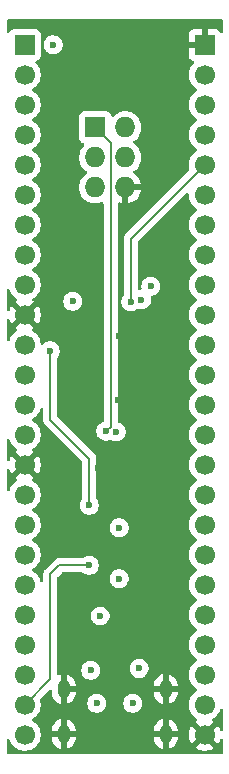
<source format=gbr>
%TF.GenerationSoftware,KiCad,Pcbnew,9.0.4*%
%TF.CreationDate,2025-09-22T14:36:08+02:00*%
%TF.ProjectId,ATmega4809A-breakout,41546d65-6761-4343-9830-39412d627265,rev?*%
%TF.SameCoordinates,Original*%
%TF.FileFunction,Copper,L4,Bot*%
%TF.FilePolarity,Positive*%
%FSLAX46Y46*%
G04 Gerber Fmt 4.6, Leading zero omitted, Abs format (unit mm)*
G04 Created by KiCad (PCBNEW 9.0.4) date 2025-09-22 14:36:08*
%MOMM*%
%LPD*%
G01*
G04 APERTURE LIST*
%TA.AperFunction,ComponentPad*%
%ADD10R,1.700000X1.700000*%
%TD*%
%TA.AperFunction,ComponentPad*%
%ADD11C,1.700000*%
%TD*%
%TA.AperFunction,ComponentPad*%
%ADD12R,1.727200X1.727200*%
%TD*%
%TA.AperFunction,ComponentPad*%
%ADD13O,1.727200X1.727200*%
%TD*%
%TA.AperFunction,ComponentPad*%
%ADD14O,1.000000X1.600000*%
%TD*%
%TA.AperFunction,ViaPad*%
%ADD15C,0.600000*%
%TD*%
%TA.AperFunction,Conductor*%
%ADD16C,0.200000*%
%TD*%
G04 APERTURE END LIST*
D10*
%TO.P,J3,1,Pin_1*%
%TO.N,GND*%
X124460000Y-50800000D03*
D11*
%TO.P,J3,2,Pin_2*%
%TO.N,/PC7*%
X124460000Y-53340000D03*
%TO.P,J3,3,Pin_3*%
%TO.N,/PC6*%
X124460000Y-55880000D03*
%TO.P,J3,4,Pin_4*%
%TO.N,/PC5*%
X124460000Y-58420000D03*
%TO.P,J3,5,Pin_5*%
%TO.N,/PC4*%
X124460000Y-60960000D03*
%TO.P,J3,6,Pin_6*%
%TO.N,/PC3*%
X124460000Y-63500000D03*
%TO.P,J3,7,Pin_7*%
%TO.N,/PC2*%
X124460000Y-66040000D03*
%TO.P,J3,8,Pin_8*%
%TO.N,/PC1*%
X124460000Y-68580000D03*
%TO.P,J3,9,Pin_9*%
%TO.N,/PC0*%
X124460000Y-71120000D03*
%TO.P,J3,10,Pin_10*%
%TO.N,/PB5*%
X124460000Y-73660000D03*
%TO.P,J3,11,Pin_11*%
%TO.N,/PB4*%
X124460000Y-76200000D03*
%TO.P,J3,12,Pin_12*%
%TO.N,/PB3*%
X124460000Y-78740000D03*
%TO.P,J3,13,Pin_13*%
%TO.N,/PB2*%
X124460000Y-81280000D03*
%TO.P,J3,14,Pin_14*%
%TO.N,/PB1*%
X124460000Y-83820000D03*
%TO.P,J3,15,Pin_15*%
%TO.N,/PB0*%
X124460000Y-86360000D03*
%TO.P,J3,16,Pin_16*%
%TO.N,/PA7*%
X124460000Y-88900000D03*
%TO.P,J3,17,Pin_17*%
%TO.N,/PA6*%
X124460000Y-91440000D03*
%TO.P,J3,18,Pin_18*%
%TO.N,/PA5*%
X124460000Y-93980000D03*
%TO.P,J3,19,Pin_19*%
%TO.N,/PA4*%
X124460000Y-96520000D03*
%TO.P,J3,20,Pin_20*%
%TO.N,/PA3*%
X124460000Y-99060000D03*
%TO.P,J3,21,Pin_21*%
%TO.N,/PA2*%
X124460000Y-101600000D03*
%TO.P,J3,22,Pin_22*%
%TO.N,/PA1*%
X124460000Y-104140000D03*
%TO.P,J3,23,Pin_23*%
%TO.N,/PA0*%
X124460000Y-106680000D03*
%TO.P,J3,24,Pin_24*%
%TO.N,GND*%
X124460000Y-109220000D03*
%TD*%
D12*
%TO.P,CONN1,1,UDPI*%
%TO.N,/UDPI*%
X115189000Y-57785000D03*
D13*
%TO.P,CONN1,2,VCC*%
%TO.N,+5V*%
X117729000Y-57785000D03*
%TO.P,CONN1,3,nc*%
%TO.N,unconnected-(CONN1-nc-Pad3)*%
X115189000Y-60325000D03*
%TO.P,CONN1,4,nc*%
%TO.N,unconnected-(CONN1-nc-Pad4)*%
X117729000Y-60325000D03*
%TO.P,CONN1,5,nc*%
%TO.N,unconnected-(CONN1-nc-Pad5)*%
X115189000Y-62865000D03*
%TO.P,CONN1,6,GND*%
%TO.N,GND*%
X117729000Y-62865000D03*
%TD*%
D10*
%TO.P,J2,1,Pin_1*%
%TO.N,+5V*%
X109220000Y-50800000D03*
D11*
%TO.P,J2,2,Pin_2*%
%TO.N,/PD0*%
X109220000Y-53340000D03*
%TO.P,J2,3,Pin_3*%
%TO.N,/PD1*%
X109220000Y-55880000D03*
%TO.P,J2,4,Pin_4*%
%TO.N,/PD2*%
X109220000Y-58420000D03*
%TO.P,J2,5,Pin_5*%
%TO.N,/PD3*%
X109220000Y-60960000D03*
%TO.P,J2,6,Pin_6*%
%TO.N,/PD4*%
X109220000Y-63500000D03*
%TO.P,J2,7,Pin_7*%
%TO.N,/PD5*%
X109220000Y-66040000D03*
%TO.P,J2,8,Pin_8*%
%TO.N,/PD6*%
X109220000Y-68580000D03*
%TO.P,J2,9,Pin_9*%
%TO.N,/PD7*%
X109220000Y-71120000D03*
%TO.P,J2,10,Pin_10*%
%TO.N,GND*%
X109220000Y-73660000D03*
%TO.P,J2,11,Pin_11*%
%TO.N,/PE0*%
X109220000Y-76200000D03*
%TO.P,J2,12,Pin_12*%
%TO.N,/PE1*%
X109220000Y-78740000D03*
%TO.P,J2,13,Pin_13*%
%TO.N,/PE2*%
X109220000Y-81280000D03*
%TO.P,J2,14,Pin_14*%
%TO.N,/PE3*%
X109220000Y-83820000D03*
%TO.P,J2,15,Pin_15*%
%TO.N,GND*%
X109220000Y-86360000D03*
%TO.P,J2,16,Pin_16*%
%TO.N,/PF0*%
X109220000Y-88900000D03*
%TO.P,J2,17,Pin_17*%
%TO.N,/PF1*%
X109220000Y-91440000D03*
%TO.P,J2,18,Pin_18*%
%TO.N,/PF2*%
X109220000Y-93980000D03*
%TO.P,J2,19,Pin_19*%
%TO.N,/PF3*%
X109220000Y-96520000D03*
%TO.P,J2,20,Pin_20*%
%TO.N,/PF4*%
X109220000Y-99060000D03*
%TO.P,J2,21,Pin_21*%
%TO.N,/PF5*%
X109220000Y-101600000D03*
%TO.P,J2,22,Pin_22*%
%TO.N,/~{RST}_PF6*%
X109220000Y-104140000D03*
%TO.P,J2,23,Pin_23*%
%TO.N,/UDPIR*%
X109220000Y-106680000D03*
%TO.P,J2,24,Pin_24*%
%TO.N,+5V*%
X109220000Y-109220000D03*
%TD*%
D14*
%TO.P,J1,SH1,SHIELD*%
%TO.N,GND*%
X112520000Y-105372000D03*
%TO.P,J1,SH2,SHIELD*%
X112520000Y-109172000D03*
%TO.P,J1,SH3,SHIELD*%
X121160000Y-105372000D03*
%TO.P,J1,SH4,SHIELD*%
X121160000Y-109172000D03*
%TD*%
D15*
%TO.N,GND*%
X112776000Y-100711000D03*
X119634000Y-100711000D03*
%TO.N,+5V*%
X111633000Y-50800000D03*
%TO.N,GND*%
X117094000Y-80899000D03*
X120777000Y-103505000D03*
X119253000Y-77949500D03*
X117348000Y-65024000D03*
X116586000Y-54229000D03*
X113665000Y-54229000D03*
X119634000Y-106553000D03*
X120744632Y-82364606D03*
X119253000Y-80391000D03*
X114046000Y-106553000D03*
X119126000Y-54229000D03*
X115443000Y-86614000D03*
X114427000Y-78486000D03*
X117983000Y-86614000D03*
X118999000Y-109220000D03*
X119253000Y-76200000D03*
X117221000Y-75438000D03*
X113284000Y-68580000D03*
X118110000Y-96520000D03*
X114173000Y-75311000D03*
X114300000Y-99314000D03*
X113030000Y-103251000D03*
X114427000Y-80391000D03*
X118618000Y-75057000D03*
X113919000Y-77089000D03*
X120396000Y-57658000D03*
X120904000Y-52197000D03*
X114808000Y-109347000D03*
X112649000Y-82296000D03*
X120142000Y-69469000D03*
X115570000Y-75438000D03*
X117348000Y-99187000D03*
X120523000Y-72644000D03*
%TO.N,+5V*%
X113284000Y-72517000D03*
X118903750Y-103600250D03*
X115316000Y-106553000D03*
X119888000Y-71247000D03*
X114808000Y-103759000D03*
X116967000Y-83566000D03*
X119102000Y-72390000D03*
X117221000Y-91694000D03*
X115596500Y-99160500D03*
X117221000Y-96012000D03*
X118364000Y-106553000D03*
%TO.N,/PC4*%
X118202089Y-72575000D03*
%TO.N,/UDPI*%
X116086140Y-83507413D03*
%TO.N,/UDPIR*%
X114682000Y-94868000D03*
%TO.N,Net-(U1-AVCC)*%
X114681000Y-89789000D03*
X111379000Y-76708000D03*
%TD*%
D16*
%TO.N,/PC4*%
X118202089Y-67217911D02*
X124460000Y-60960000D01*
X118202089Y-72575000D02*
X118202089Y-67217911D01*
%TO.N,/UDPI*%
X116086140Y-83507413D02*
X116136587Y-83507413D01*
X116493000Y-59089000D02*
X115189000Y-57785000D01*
X116136587Y-83507413D02*
X116493000Y-83151000D01*
X116493000Y-83151000D02*
X116493000Y-59089000D01*
%TO.N,/UDPIR*%
X112141000Y-94869000D02*
X111379000Y-95631000D01*
X111379000Y-104521000D02*
X109220000Y-106680000D01*
X111379000Y-95631000D02*
X111379000Y-104521000D01*
X114681000Y-94869000D02*
X112141000Y-94869000D01*
%TO.N,Net-(U1-AVCC)*%
X114681000Y-85852000D02*
X114681000Y-89789000D01*
X111379000Y-76771500D02*
X111379000Y-82550000D01*
X111379000Y-82550000D02*
X114681000Y-85852000D01*
%TD*%
%TA.AperFunction,Conductor*%
%TO.N,GND*%
G36*
X125934539Y-48653185D02*
G01*
X125980294Y-48705989D01*
X125991500Y-48757500D01*
X125991500Y-49659120D01*
X125971815Y-49726159D01*
X125919011Y-49771914D01*
X125849853Y-49781858D01*
X125786297Y-49752833D01*
X125759711Y-49714545D01*
X125757604Y-49715696D01*
X125753350Y-49707906D01*
X125667190Y-49592812D01*
X125667187Y-49592809D01*
X125552093Y-49506649D01*
X125552086Y-49506645D01*
X125417379Y-49456403D01*
X125417372Y-49456401D01*
X125357844Y-49450000D01*
X124710000Y-49450000D01*
X124710000Y-50366988D01*
X124652993Y-50334075D01*
X124525826Y-50300000D01*
X124394174Y-50300000D01*
X124267007Y-50334075D01*
X124210000Y-50366988D01*
X124210000Y-49450000D01*
X123562155Y-49450000D01*
X123502627Y-49456401D01*
X123502620Y-49456403D01*
X123367913Y-49506645D01*
X123367906Y-49506649D01*
X123252812Y-49592809D01*
X123252809Y-49592812D01*
X123166649Y-49707906D01*
X123166645Y-49707913D01*
X123116403Y-49842620D01*
X123116401Y-49842627D01*
X123110000Y-49902155D01*
X123110000Y-50550000D01*
X124026988Y-50550000D01*
X123994075Y-50607007D01*
X123960000Y-50734174D01*
X123960000Y-50865826D01*
X123994075Y-50992993D01*
X124026988Y-51050000D01*
X123110000Y-51050000D01*
X123110000Y-51697844D01*
X123116401Y-51757372D01*
X123116403Y-51757379D01*
X123166645Y-51892086D01*
X123166649Y-51892093D01*
X123252809Y-52007187D01*
X123252812Y-52007190D01*
X123367906Y-52093350D01*
X123367913Y-52093354D01*
X123499470Y-52142422D01*
X123555404Y-52184293D01*
X123579821Y-52249758D01*
X123564969Y-52318031D01*
X123543819Y-52346285D01*
X123429889Y-52460215D01*
X123304951Y-52632179D01*
X123208444Y-52821585D01*
X123142753Y-53023760D01*
X123109500Y-53233713D01*
X123109500Y-53446287D01*
X123142754Y-53656243D01*
X123170430Y-53741422D01*
X123208444Y-53858414D01*
X123304951Y-54047820D01*
X123429890Y-54219786D01*
X123580213Y-54370109D01*
X123752182Y-54495050D01*
X123760946Y-54499516D01*
X123811742Y-54547491D01*
X123828536Y-54615312D01*
X123805998Y-54681447D01*
X123760946Y-54720484D01*
X123752182Y-54724949D01*
X123580213Y-54849890D01*
X123429890Y-55000213D01*
X123304951Y-55172179D01*
X123208444Y-55361585D01*
X123142753Y-55563760D01*
X123109500Y-55773713D01*
X123109500Y-55986287D01*
X123142754Y-56196243D01*
X123170430Y-56281422D01*
X123208444Y-56398414D01*
X123304951Y-56587820D01*
X123429890Y-56759786D01*
X123580213Y-56910109D01*
X123752182Y-57035050D01*
X123760946Y-57039516D01*
X123811742Y-57087491D01*
X123828536Y-57155312D01*
X123805998Y-57221447D01*
X123760946Y-57260484D01*
X123752182Y-57264949D01*
X123580213Y-57389890D01*
X123429890Y-57540213D01*
X123304951Y-57712179D01*
X123208444Y-57901585D01*
X123142753Y-58103760D01*
X123109500Y-58313713D01*
X123109500Y-58526286D01*
X123136454Y-58696470D01*
X123142754Y-58736243D01*
X123193015Y-58890931D01*
X123208444Y-58938414D01*
X123304951Y-59127820D01*
X123429890Y-59299786D01*
X123580213Y-59450109D01*
X123752182Y-59575050D01*
X123760946Y-59579516D01*
X123811742Y-59627491D01*
X123828536Y-59695312D01*
X123805998Y-59761447D01*
X123760946Y-59800484D01*
X123752182Y-59804949D01*
X123580213Y-59929890D01*
X123429890Y-60080213D01*
X123304951Y-60252179D01*
X123208444Y-60441585D01*
X123142753Y-60643760D01*
X123109500Y-60853713D01*
X123109500Y-61066286D01*
X123142754Y-61276244D01*
X123142754Y-61276247D01*
X123156491Y-61318523D01*
X123158486Y-61388364D01*
X123126241Y-61444522D01*
X117833375Y-66737389D01*
X117721570Y-66849193D01*
X117721569Y-66849195D01*
X117680810Y-66919792D01*
X117642512Y-66986126D01*
X117601588Y-67138854D01*
X117601588Y-67138856D01*
X117601588Y-67306957D01*
X117601589Y-67306970D01*
X117601589Y-71995234D01*
X117581904Y-72062273D01*
X117580691Y-72064125D01*
X117492698Y-72195814D01*
X117492691Y-72195827D01*
X117432353Y-72341498D01*
X117432350Y-72341510D01*
X117401589Y-72496153D01*
X117401589Y-72653846D01*
X117432350Y-72808489D01*
X117432353Y-72808501D01*
X117492691Y-72954172D01*
X117492698Y-72954185D01*
X117580299Y-73085288D01*
X117580302Y-73085292D01*
X117691796Y-73196786D01*
X117691800Y-73196789D01*
X117822903Y-73284390D01*
X117822916Y-73284397D01*
X117964391Y-73342997D01*
X117968592Y-73344737D01*
X118123242Y-73375499D01*
X118123245Y-73375500D01*
X118123247Y-73375500D01*
X118280933Y-73375500D01*
X118280934Y-73375499D01*
X118435586Y-73344737D01*
X118575609Y-73286738D01*
X118581261Y-73284397D01*
X118581261Y-73284396D01*
X118581268Y-73284394D01*
X118712378Y-73196789D01*
X118725718Y-73183447D01*
X118787037Y-73149964D01*
X118856729Y-73154946D01*
X118860849Y-73156567D01*
X118868498Y-73159735D01*
X118868503Y-73159737D01*
X119023153Y-73190499D01*
X119023156Y-73190500D01*
X119023158Y-73190500D01*
X119180844Y-73190500D01*
X119180845Y-73190499D01*
X119335497Y-73159737D01*
X119481179Y-73099394D01*
X119612289Y-73011789D01*
X119723789Y-72900289D01*
X119811394Y-72769179D01*
X119871737Y-72623497D01*
X119902500Y-72468842D01*
X119902500Y-72311158D01*
X119902500Y-72311155D01*
X119878691Y-72191464D01*
X119884918Y-72121872D01*
X119927781Y-72066695D01*
X119976117Y-72045655D01*
X119987343Y-72043422D01*
X120121497Y-72016737D01*
X120267179Y-71956394D01*
X120398289Y-71868789D01*
X120509789Y-71757289D01*
X120597394Y-71626179D01*
X120599845Y-71620263D01*
X120652682Y-71492701D01*
X120657737Y-71480497D01*
X120688500Y-71325842D01*
X120688500Y-71168158D01*
X120688500Y-71168155D01*
X120688499Y-71168153D01*
X120657737Y-71013503D01*
X120657735Y-71013498D01*
X120597397Y-70867827D01*
X120597390Y-70867814D01*
X120509789Y-70736711D01*
X120509786Y-70736707D01*
X120398292Y-70625213D01*
X120398288Y-70625210D01*
X120267185Y-70537609D01*
X120267172Y-70537602D01*
X120121501Y-70477264D01*
X120121489Y-70477261D01*
X119966845Y-70446500D01*
X119966842Y-70446500D01*
X119809158Y-70446500D01*
X119809155Y-70446500D01*
X119654510Y-70477261D01*
X119654498Y-70477264D01*
X119508827Y-70537602D01*
X119508814Y-70537609D01*
X119377711Y-70625210D01*
X119377707Y-70625213D01*
X119266213Y-70736707D01*
X119266210Y-70736711D01*
X119178609Y-70867814D01*
X119178602Y-70867827D01*
X119118264Y-71013498D01*
X119118261Y-71013510D01*
X119087500Y-71168153D01*
X119087500Y-71325846D01*
X119111308Y-71445536D01*
X119105081Y-71515127D01*
X119062218Y-71570305D01*
X119013883Y-71591344D01*
X118950781Y-71603896D01*
X118881189Y-71597669D01*
X118826012Y-71554806D01*
X118802767Y-71488916D01*
X118802589Y-71482279D01*
X118802589Y-67518008D01*
X118822274Y-67450969D01*
X118838908Y-67430327D01*
X122897819Y-63371416D01*
X122959142Y-63337931D01*
X123028834Y-63342915D01*
X123084767Y-63384787D01*
X123109184Y-63450251D01*
X123109500Y-63459097D01*
X123109500Y-63606286D01*
X123132840Y-63753653D01*
X123142754Y-63816243D01*
X123171623Y-63905093D01*
X123208444Y-64018414D01*
X123304951Y-64207820D01*
X123429890Y-64379786D01*
X123580213Y-64530109D01*
X123752182Y-64655050D01*
X123760946Y-64659516D01*
X123811742Y-64707491D01*
X123828536Y-64775312D01*
X123805998Y-64841447D01*
X123760946Y-64880484D01*
X123752182Y-64884949D01*
X123580213Y-65009890D01*
X123429890Y-65160213D01*
X123304951Y-65332179D01*
X123208444Y-65521585D01*
X123142753Y-65723760D01*
X123109500Y-65933713D01*
X123109500Y-66146287D01*
X123142754Y-66356243D01*
X123170430Y-66441422D01*
X123208444Y-66558414D01*
X123304951Y-66747820D01*
X123429890Y-66919786D01*
X123580213Y-67070109D01*
X123752182Y-67195050D01*
X123760946Y-67199516D01*
X123811742Y-67247491D01*
X123828536Y-67315312D01*
X123805998Y-67381447D01*
X123760946Y-67420484D01*
X123752182Y-67424949D01*
X123580213Y-67549890D01*
X123429890Y-67700213D01*
X123304951Y-67872179D01*
X123208444Y-68061585D01*
X123142753Y-68263760D01*
X123109500Y-68473713D01*
X123109500Y-68686287D01*
X123142754Y-68896243D01*
X123170430Y-68981422D01*
X123208444Y-69098414D01*
X123304951Y-69287820D01*
X123429890Y-69459786D01*
X123580213Y-69610109D01*
X123752182Y-69735050D01*
X123760946Y-69739516D01*
X123811742Y-69787491D01*
X123828536Y-69855312D01*
X123805998Y-69921447D01*
X123760946Y-69960484D01*
X123752182Y-69964949D01*
X123580213Y-70089890D01*
X123429890Y-70240213D01*
X123304951Y-70412179D01*
X123208444Y-70601585D01*
X123142753Y-70803760D01*
X123132608Y-70867814D01*
X123109500Y-71013713D01*
X123109500Y-71226287D01*
X123142754Y-71436243D01*
X123204470Y-71626185D01*
X123208444Y-71638414D01*
X123304951Y-71827820D01*
X123429890Y-71999786D01*
X123580213Y-72150109D01*
X123752182Y-72275050D01*
X123760946Y-72279516D01*
X123811742Y-72327491D01*
X123828536Y-72395312D01*
X123805998Y-72461447D01*
X123760946Y-72500484D01*
X123752182Y-72504949D01*
X123580213Y-72629890D01*
X123429890Y-72780213D01*
X123304951Y-72952179D01*
X123208444Y-73141585D01*
X123142753Y-73343760D01*
X123109500Y-73553713D01*
X123109500Y-73766286D01*
X123142735Y-73976127D01*
X123142754Y-73976243D01*
X123170430Y-74061422D01*
X123208444Y-74178414D01*
X123304951Y-74367820D01*
X123429890Y-74539786D01*
X123580213Y-74690109D01*
X123752182Y-74815050D01*
X123760946Y-74819516D01*
X123811742Y-74867491D01*
X123828536Y-74935312D01*
X123805998Y-75001447D01*
X123760946Y-75040484D01*
X123752182Y-75044949D01*
X123580213Y-75169890D01*
X123429890Y-75320213D01*
X123304951Y-75492179D01*
X123208444Y-75681585D01*
X123142753Y-75883760D01*
X123124563Y-75998609D01*
X123109500Y-76093713D01*
X123109500Y-76306287D01*
X123142754Y-76516243D01*
X123179442Y-76629158D01*
X123208444Y-76718414D01*
X123304951Y-76907820D01*
X123429890Y-77079786D01*
X123580213Y-77230109D01*
X123752182Y-77355050D01*
X123760946Y-77359516D01*
X123811742Y-77407491D01*
X123828536Y-77475312D01*
X123805998Y-77541447D01*
X123760946Y-77580484D01*
X123752182Y-77584949D01*
X123580213Y-77709890D01*
X123429890Y-77860213D01*
X123304951Y-78032179D01*
X123208444Y-78221585D01*
X123142753Y-78423760D01*
X123109500Y-78633713D01*
X123109500Y-78846286D01*
X123133948Y-79000649D01*
X123142754Y-79056243D01*
X123170430Y-79141422D01*
X123208444Y-79258414D01*
X123304951Y-79447820D01*
X123429890Y-79619786D01*
X123580213Y-79770109D01*
X123752182Y-79895050D01*
X123760946Y-79899516D01*
X123811742Y-79947491D01*
X123828536Y-80015312D01*
X123805998Y-80081447D01*
X123760946Y-80120484D01*
X123752182Y-80124949D01*
X123580213Y-80249890D01*
X123429890Y-80400213D01*
X123304951Y-80572179D01*
X123208444Y-80761585D01*
X123142753Y-80963760D01*
X123109500Y-81173713D01*
X123109500Y-81386286D01*
X123133948Y-81540649D01*
X123142754Y-81596243D01*
X123170430Y-81681422D01*
X123208444Y-81798414D01*
X123304951Y-81987820D01*
X123429890Y-82159786D01*
X123580213Y-82310109D01*
X123752182Y-82435050D01*
X123760946Y-82439516D01*
X123811742Y-82487491D01*
X123828536Y-82555312D01*
X123805998Y-82621447D01*
X123760946Y-82660484D01*
X123752182Y-82664949D01*
X123580213Y-82789890D01*
X123429890Y-82940213D01*
X123304951Y-83112179D01*
X123208444Y-83301585D01*
X123142753Y-83503760D01*
X123109500Y-83713713D01*
X123109500Y-83926286D01*
X123141638Y-84129202D01*
X123142754Y-84136243D01*
X123207574Y-84335738D01*
X123208444Y-84338414D01*
X123304951Y-84527820D01*
X123429890Y-84699786D01*
X123580213Y-84850109D01*
X123752182Y-84975050D01*
X123760946Y-84979516D01*
X123811742Y-85027491D01*
X123828536Y-85095312D01*
X123805998Y-85161447D01*
X123760946Y-85200484D01*
X123752182Y-85204949D01*
X123580213Y-85329890D01*
X123429890Y-85480213D01*
X123304951Y-85652179D01*
X123208444Y-85841585D01*
X123142753Y-86043760D01*
X123109500Y-86253713D01*
X123109500Y-86466286D01*
X123142735Y-86676127D01*
X123142754Y-86676243D01*
X123170430Y-86761422D01*
X123208444Y-86878414D01*
X123304951Y-87067820D01*
X123429890Y-87239786D01*
X123580213Y-87390109D01*
X123752182Y-87515050D01*
X123760946Y-87519516D01*
X123811742Y-87567491D01*
X123828536Y-87635312D01*
X123805998Y-87701447D01*
X123760946Y-87740484D01*
X123752182Y-87744949D01*
X123580213Y-87869890D01*
X123429890Y-88020213D01*
X123304951Y-88192179D01*
X123208444Y-88381585D01*
X123142753Y-88583760D01*
X123109500Y-88793713D01*
X123109500Y-89006287D01*
X123142754Y-89216243D01*
X123205649Y-89409814D01*
X123208444Y-89418414D01*
X123304951Y-89607820D01*
X123429890Y-89779786D01*
X123580213Y-89930109D01*
X123752182Y-90055050D01*
X123760946Y-90059516D01*
X123811742Y-90107491D01*
X123828536Y-90175312D01*
X123805998Y-90241447D01*
X123760946Y-90280484D01*
X123752182Y-90284949D01*
X123580213Y-90409890D01*
X123429890Y-90560213D01*
X123304951Y-90732179D01*
X123208444Y-90921585D01*
X123208443Y-90921587D01*
X123208443Y-90921588D01*
X123207574Y-90924263D01*
X123142753Y-91123760D01*
X123133258Y-91183711D01*
X123109500Y-91333713D01*
X123109500Y-91546287D01*
X123142754Y-91756243D01*
X123198399Y-91927501D01*
X123208444Y-91958414D01*
X123304951Y-92147820D01*
X123429890Y-92319786D01*
X123580213Y-92470109D01*
X123752182Y-92595050D01*
X123760946Y-92599516D01*
X123811742Y-92647491D01*
X123828536Y-92715312D01*
X123805998Y-92781447D01*
X123760946Y-92820484D01*
X123752182Y-92824949D01*
X123580213Y-92949890D01*
X123429890Y-93100213D01*
X123304951Y-93272179D01*
X123208444Y-93461585D01*
X123142753Y-93663760D01*
X123109500Y-93873713D01*
X123109500Y-94086286D01*
X123138359Y-94268499D01*
X123142754Y-94296243D01*
X123205324Y-94488814D01*
X123208444Y-94498414D01*
X123304951Y-94687820D01*
X123429890Y-94859786D01*
X123580213Y-95010109D01*
X123752182Y-95135050D01*
X123760946Y-95139516D01*
X123811742Y-95187491D01*
X123828536Y-95255312D01*
X123805998Y-95321447D01*
X123760946Y-95360484D01*
X123752182Y-95364949D01*
X123580213Y-95489890D01*
X123429890Y-95640213D01*
X123304951Y-95812179D01*
X123208444Y-96001585D01*
X123142753Y-96203760D01*
X123109500Y-96413713D01*
X123109500Y-96626286D01*
X123134120Y-96781735D01*
X123142754Y-96836243D01*
X123170430Y-96921422D01*
X123208444Y-97038414D01*
X123304951Y-97227820D01*
X123429890Y-97399786D01*
X123580213Y-97550109D01*
X123752182Y-97675050D01*
X123760946Y-97679516D01*
X123811742Y-97727491D01*
X123828536Y-97795312D01*
X123805998Y-97861447D01*
X123760946Y-97900484D01*
X123752182Y-97904949D01*
X123580213Y-98029890D01*
X123429890Y-98180213D01*
X123304951Y-98352179D01*
X123208444Y-98541585D01*
X123142753Y-98743760D01*
X123109500Y-98953713D01*
X123109500Y-99166286D01*
X123133948Y-99320649D01*
X123142754Y-99376243D01*
X123170430Y-99461422D01*
X123208444Y-99578414D01*
X123304951Y-99767820D01*
X123429890Y-99939786D01*
X123580213Y-100090109D01*
X123752182Y-100215050D01*
X123760946Y-100219516D01*
X123811742Y-100267491D01*
X123828536Y-100335312D01*
X123805998Y-100401447D01*
X123760946Y-100440484D01*
X123752182Y-100444949D01*
X123580213Y-100569890D01*
X123429890Y-100720213D01*
X123304951Y-100892179D01*
X123208444Y-101081585D01*
X123142753Y-101283760D01*
X123109500Y-101493713D01*
X123109500Y-101706286D01*
X123133948Y-101860649D01*
X123142754Y-101916243D01*
X123170430Y-102001422D01*
X123208444Y-102118414D01*
X123304951Y-102307820D01*
X123429890Y-102479786D01*
X123580213Y-102630109D01*
X123752182Y-102755050D01*
X123760946Y-102759516D01*
X123811742Y-102807491D01*
X123828536Y-102875312D01*
X123805998Y-102941447D01*
X123760946Y-102980484D01*
X123752182Y-102984949D01*
X123580213Y-103109890D01*
X123429890Y-103260213D01*
X123304951Y-103432179D01*
X123208444Y-103621585D01*
X123142753Y-103823760D01*
X123109500Y-104033713D01*
X123109500Y-104246286D01*
X123133964Y-104400750D01*
X123142754Y-104456243D01*
X123189482Y-104600057D01*
X123208444Y-104658414D01*
X123304951Y-104847820D01*
X123429890Y-105019786D01*
X123580213Y-105170109D01*
X123752182Y-105295050D01*
X123760946Y-105299516D01*
X123811742Y-105347491D01*
X123828536Y-105415312D01*
X123805998Y-105481447D01*
X123760946Y-105520484D01*
X123752182Y-105524949D01*
X123580213Y-105649890D01*
X123429890Y-105800213D01*
X123304951Y-105972179D01*
X123208444Y-106161585D01*
X123142756Y-106363751D01*
X123142753Y-106363759D01*
X123125268Y-106474158D01*
X123109500Y-106573713D01*
X123109500Y-106786287D01*
X123142754Y-106996243D01*
X123200767Y-107174789D01*
X123208444Y-107198414D01*
X123304951Y-107387820D01*
X123429890Y-107559786D01*
X123580213Y-107710109D01*
X123752179Y-107835048D01*
X123752181Y-107835049D01*
X123752184Y-107835051D01*
X123761493Y-107839794D01*
X123812290Y-107887766D01*
X123829087Y-107955587D01*
X123806552Y-108021722D01*
X123761505Y-108060760D01*
X123752446Y-108065376D01*
X123752440Y-108065380D01*
X123698282Y-108104727D01*
X123698282Y-108104728D01*
X124330591Y-108737037D01*
X124267007Y-108754075D01*
X124152993Y-108819901D01*
X124059901Y-108912993D01*
X123994075Y-109027007D01*
X123977037Y-109090591D01*
X123344728Y-108458282D01*
X123344727Y-108458282D01*
X123305380Y-108512439D01*
X123208904Y-108701782D01*
X123143242Y-108903869D01*
X123143242Y-108903872D01*
X123110000Y-109113753D01*
X123110000Y-109326246D01*
X123143242Y-109536127D01*
X123143242Y-109536130D01*
X123208904Y-109738217D01*
X123305375Y-109927550D01*
X123344728Y-109981716D01*
X123977037Y-109349408D01*
X123994075Y-109412993D01*
X124059901Y-109527007D01*
X124152993Y-109620099D01*
X124267007Y-109685925D01*
X124330590Y-109702962D01*
X123698282Y-110335269D01*
X123698282Y-110335270D01*
X123752449Y-110374624D01*
X123941782Y-110471095D01*
X124143870Y-110536757D01*
X124353754Y-110570000D01*
X124566246Y-110570000D01*
X124776127Y-110536757D01*
X124776130Y-110536757D01*
X124978217Y-110471095D01*
X125167554Y-110374622D01*
X125221716Y-110335270D01*
X125221717Y-110335270D01*
X124589408Y-109702962D01*
X124652993Y-109685925D01*
X124767007Y-109620099D01*
X124860099Y-109527007D01*
X124925925Y-109412993D01*
X124942962Y-109349409D01*
X125575270Y-109981717D01*
X125575270Y-109981716D01*
X125614622Y-109927554D01*
X125711095Y-109738217D01*
X125749569Y-109619807D01*
X125789006Y-109562132D01*
X125853365Y-109534933D01*
X125922211Y-109546847D01*
X125973687Y-109594091D01*
X125991500Y-109658125D01*
X125991500Y-110754500D01*
X125971815Y-110821539D01*
X125919011Y-110867294D01*
X125867500Y-110878500D01*
X107812500Y-110878500D01*
X107745461Y-110858815D01*
X107699706Y-110806011D01*
X107688500Y-110754500D01*
X107688500Y-109659740D01*
X107708185Y-109592701D01*
X107760989Y-109546946D01*
X107830147Y-109537002D01*
X107893703Y-109566027D01*
X107930429Y-109621420D01*
X107942881Y-109659740D01*
X107968444Y-109738414D01*
X108064951Y-109927820D01*
X108189890Y-110099786D01*
X108340213Y-110250109D01*
X108512179Y-110375048D01*
X108512181Y-110375049D01*
X108512184Y-110375051D01*
X108701588Y-110471557D01*
X108903757Y-110537246D01*
X109113713Y-110570500D01*
X109113714Y-110570500D01*
X109326286Y-110570500D01*
X109326287Y-110570500D01*
X109536243Y-110537246D01*
X109738412Y-110471557D01*
X109927816Y-110375051D01*
X109982572Y-110335269D01*
X110099786Y-110250109D01*
X110099788Y-110250106D01*
X110099792Y-110250104D01*
X110250104Y-110099792D01*
X110250106Y-110099788D01*
X110250109Y-110099786D01*
X110375048Y-109927820D01*
X110375047Y-109927820D01*
X110375051Y-109927816D01*
X110471557Y-109738412D01*
X110537246Y-109536243D01*
X110570500Y-109326287D01*
X110570500Y-109113713D01*
X110537246Y-108903757D01*
X110494924Y-108773504D01*
X111520000Y-108773504D01*
X111520000Y-108922000D01*
X112220000Y-108922000D01*
X112220000Y-109422000D01*
X111520000Y-109422000D01*
X111520000Y-109570495D01*
X111558427Y-109763681D01*
X111558430Y-109763693D01*
X111633807Y-109945671D01*
X111633814Y-109945684D01*
X111743248Y-110109462D01*
X111743251Y-110109466D01*
X111882533Y-110248748D01*
X111882537Y-110248751D01*
X112046315Y-110358185D01*
X112046328Y-110358192D01*
X112228308Y-110433569D01*
X112270000Y-110441862D01*
X112270000Y-109638988D01*
X112279940Y-109656205D01*
X112335795Y-109712060D01*
X112404204Y-109751556D01*
X112480504Y-109772000D01*
X112559496Y-109772000D01*
X112635796Y-109751556D01*
X112704205Y-109712060D01*
X112760060Y-109656205D01*
X112770000Y-109638988D01*
X112770000Y-110441862D01*
X112811690Y-110433569D01*
X112811692Y-110433569D01*
X112993671Y-110358192D01*
X112993684Y-110358185D01*
X113157462Y-110248751D01*
X113157466Y-110248748D01*
X113296748Y-110109466D01*
X113296751Y-110109462D01*
X113406185Y-109945684D01*
X113406192Y-109945671D01*
X113481569Y-109763693D01*
X113481572Y-109763681D01*
X113519999Y-109570495D01*
X113520000Y-109570492D01*
X113520000Y-109422000D01*
X112820000Y-109422000D01*
X112820000Y-108922000D01*
X113520000Y-108922000D01*
X113520000Y-108773508D01*
X113519999Y-108773504D01*
X120160000Y-108773504D01*
X120160000Y-108922000D01*
X120860000Y-108922000D01*
X120860000Y-109422000D01*
X120160000Y-109422000D01*
X120160000Y-109570495D01*
X120198427Y-109763681D01*
X120198430Y-109763693D01*
X120273807Y-109945671D01*
X120273814Y-109945684D01*
X120383248Y-110109462D01*
X120383251Y-110109466D01*
X120522533Y-110248748D01*
X120522537Y-110248751D01*
X120686315Y-110358185D01*
X120686328Y-110358192D01*
X120868308Y-110433569D01*
X120910000Y-110441862D01*
X120910000Y-109638988D01*
X120919940Y-109656205D01*
X120975795Y-109712060D01*
X121044204Y-109751556D01*
X121120504Y-109772000D01*
X121199496Y-109772000D01*
X121275796Y-109751556D01*
X121344205Y-109712060D01*
X121400060Y-109656205D01*
X121410000Y-109638988D01*
X121410000Y-110441862D01*
X121451690Y-110433569D01*
X121451692Y-110433569D01*
X121633671Y-110358192D01*
X121633684Y-110358185D01*
X121797462Y-110248751D01*
X121797466Y-110248748D01*
X121845885Y-110200330D01*
X121936748Y-110109466D01*
X121936751Y-110109462D01*
X122046185Y-109945684D01*
X122046192Y-109945671D01*
X122121569Y-109763693D01*
X122121572Y-109763681D01*
X122159999Y-109570495D01*
X122160000Y-109570492D01*
X122160000Y-109422000D01*
X121460000Y-109422000D01*
X121460000Y-108922000D01*
X122160000Y-108922000D01*
X122160000Y-108773508D01*
X122159999Y-108773504D01*
X122121572Y-108580318D01*
X122121569Y-108580306D01*
X122046192Y-108398328D01*
X122046185Y-108398315D01*
X121936751Y-108234537D01*
X121936748Y-108234533D01*
X121797466Y-108095251D01*
X121797462Y-108095248D01*
X121633684Y-107985814D01*
X121633671Y-107985807D01*
X121451691Y-107910429D01*
X121451683Y-107910427D01*
X121410000Y-107902135D01*
X121410000Y-108705011D01*
X121400060Y-108687795D01*
X121344205Y-108631940D01*
X121275796Y-108592444D01*
X121199496Y-108572000D01*
X121120504Y-108572000D01*
X121044204Y-108592444D01*
X120975795Y-108631940D01*
X120919940Y-108687795D01*
X120910000Y-108705011D01*
X120910000Y-107902136D01*
X120909999Y-107902135D01*
X120868316Y-107910427D01*
X120868308Y-107910429D01*
X120686328Y-107985807D01*
X120686315Y-107985814D01*
X120522537Y-108095248D01*
X120522533Y-108095251D01*
X120383251Y-108234533D01*
X120383248Y-108234537D01*
X120273814Y-108398315D01*
X120273807Y-108398328D01*
X120198430Y-108580306D01*
X120198427Y-108580318D01*
X120160000Y-108773504D01*
X113519999Y-108773504D01*
X113481572Y-108580318D01*
X113481569Y-108580306D01*
X113406192Y-108398328D01*
X113406185Y-108398315D01*
X113296751Y-108234537D01*
X113296748Y-108234533D01*
X113157466Y-108095251D01*
X113157462Y-108095248D01*
X112993684Y-107985814D01*
X112993671Y-107985807D01*
X112811691Y-107910429D01*
X112811683Y-107910427D01*
X112770000Y-107902135D01*
X112770000Y-108705011D01*
X112760060Y-108687795D01*
X112704205Y-108631940D01*
X112635796Y-108592444D01*
X112559496Y-108572000D01*
X112480504Y-108572000D01*
X112404204Y-108592444D01*
X112335795Y-108631940D01*
X112279940Y-108687795D01*
X112270000Y-108705011D01*
X112270000Y-107902136D01*
X112269999Y-107902135D01*
X112228316Y-107910427D01*
X112228308Y-107910429D01*
X112046328Y-107985807D01*
X112046315Y-107985814D01*
X111882537Y-108095248D01*
X111882533Y-108095251D01*
X111743251Y-108234533D01*
X111743248Y-108234537D01*
X111633814Y-108398315D01*
X111633807Y-108398328D01*
X111558430Y-108580306D01*
X111558427Y-108580318D01*
X111520000Y-108773504D01*
X110494924Y-108773504D01*
X110471557Y-108701588D01*
X110375051Y-108512184D01*
X110375049Y-108512181D01*
X110375048Y-108512179D01*
X110250109Y-108340213D01*
X110099786Y-108189890D01*
X109927820Y-108064951D01*
X109919600Y-108060763D01*
X109919054Y-108060485D01*
X109868259Y-108012512D01*
X109851463Y-107944692D01*
X109873999Y-107878556D01*
X109919054Y-107839515D01*
X109927816Y-107835051D01*
X109949789Y-107819086D01*
X110099786Y-107710109D01*
X110099788Y-107710106D01*
X110099792Y-107710104D01*
X110250104Y-107559792D01*
X110250106Y-107559788D01*
X110250109Y-107559786D01*
X110375048Y-107387820D01*
X110375047Y-107387820D01*
X110375051Y-107387816D01*
X110471557Y-107198412D01*
X110537246Y-106996243D01*
X110570500Y-106786287D01*
X110570500Y-106573713D01*
X110537246Y-106363757D01*
X110523506Y-106321473D01*
X110521512Y-106251635D01*
X110553755Y-106195478D01*
X111308319Y-105440915D01*
X111369642Y-105407430D01*
X111439334Y-105412414D01*
X111495267Y-105454286D01*
X111519684Y-105519750D01*
X111520000Y-105528596D01*
X111520000Y-105770495D01*
X111558427Y-105963681D01*
X111558430Y-105963693D01*
X111633807Y-106145671D01*
X111633814Y-106145684D01*
X111743248Y-106309462D01*
X111743251Y-106309466D01*
X111882533Y-106448748D01*
X111882537Y-106448751D01*
X112046315Y-106558185D01*
X112046328Y-106558192D01*
X112228308Y-106633569D01*
X112270000Y-106641862D01*
X112270000Y-105838988D01*
X112279940Y-105856205D01*
X112335795Y-105912060D01*
X112404204Y-105951556D01*
X112480504Y-105972000D01*
X112559496Y-105972000D01*
X112635796Y-105951556D01*
X112704205Y-105912060D01*
X112760060Y-105856205D01*
X112770000Y-105838988D01*
X112770000Y-106641862D01*
X112811690Y-106633569D01*
X112811692Y-106633569D01*
X112993671Y-106558192D01*
X112993684Y-106558185D01*
X113119446Y-106474153D01*
X114515500Y-106474153D01*
X114515500Y-106631846D01*
X114546261Y-106786489D01*
X114546264Y-106786501D01*
X114606602Y-106932172D01*
X114606609Y-106932185D01*
X114694210Y-107063288D01*
X114694213Y-107063292D01*
X114805707Y-107174786D01*
X114805711Y-107174789D01*
X114936814Y-107262390D01*
X114936827Y-107262397D01*
X115082498Y-107322735D01*
X115082503Y-107322737D01*
X115237153Y-107353499D01*
X115237156Y-107353500D01*
X115237158Y-107353500D01*
X115394844Y-107353500D01*
X115394845Y-107353499D01*
X115549497Y-107322737D01*
X115695179Y-107262394D01*
X115826289Y-107174789D01*
X115937789Y-107063289D01*
X116025394Y-106932179D01*
X116085737Y-106786497D01*
X116116500Y-106631842D01*
X116116500Y-106474158D01*
X116116500Y-106474155D01*
X116116499Y-106474153D01*
X117563500Y-106474153D01*
X117563500Y-106631846D01*
X117594261Y-106786489D01*
X117594264Y-106786501D01*
X117654602Y-106932172D01*
X117654609Y-106932185D01*
X117742210Y-107063288D01*
X117742213Y-107063292D01*
X117853707Y-107174786D01*
X117853711Y-107174789D01*
X117984814Y-107262390D01*
X117984827Y-107262397D01*
X118130498Y-107322735D01*
X118130503Y-107322737D01*
X118285153Y-107353499D01*
X118285156Y-107353500D01*
X118285158Y-107353500D01*
X118442844Y-107353500D01*
X118442845Y-107353499D01*
X118597497Y-107322737D01*
X118743179Y-107262394D01*
X118874289Y-107174789D01*
X118985789Y-107063289D01*
X119073394Y-106932179D01*
X119133737Y-106786497D01*
X119164500Y-106631842D01*
X119164500Y-106474158D01*
X119164500Y-106474155D01*
X119164499Y-106474153D01*
X119145847Y-106380385D01*
X119133737Y-106319503D01*
X119128682Y-106307298D01*
X119073397Y-106173827D01*
X119073390Y-106173814D01*
X118985789Y-106042711D01*
X118985786Y-106042707D01*
X118874292Y-105931213D01*
X118874288Y-105931210D01*
X118743185Y-105843609D01*
X118743172Y-105843602D01*
X118597501Y-105783264D01*
X118597489Y-105783261D01*
X118442845Y-105752500D01*
X118442842Y-105752500D01*
X118285158Y-105752500D01*
X118285155Y-105752500D01*
X118130510Y-105783261D01*
X118130498Y-105783264D01*
X117984827Y-105843602D01*
X117984814Y-105843609D01*
X117853711Y-105931210D01*
X117853707Y-105931213D01*
X117742213Y-106042707D01*
X117742210Y-106042711D01*
X117654609Y-106173814D01*
X117654602Y-106173827D01*
X117594264Y-106319498D01*
X117594261Y-106319510D01*
X117563500Y-106474153D01*
X116116499Y-106474153D01*
X116097847Y-106380385D01*
X116085737Y-106319503D01*
X116080682Y-106307298D01*
X116025397Y-106173827D01*
X116025390Y-106173814D01*
X115937789Y-106042711D01*
X115937786Y-106042707D01*
X115826292Y-105931213D01*
X115826288Y-105931210D01*
X115695185Y-105843609D01*
X115695172Y-105843602D01*
X115549501Y-105783264D01*
X115549489Y-105783261D01*
X115394845Y-105752500D01*
X115394842Y-105752500D01*
X115237158Y-105752500D01*
X115237155Y-105752500D01*
X115082510Y-105783261D01*
X115082498Y-105783264D01*
X114936827Y-105843602D01*
X114936814Y-105843609D01*
X114805711Y-105931210D01*
X114805707Y-105931213D01*
X114694213Y-106042707D01*
X114694210Y-106042711D01*
X114606609Y-106173814D01*
X114606602Y-106173827D01*
X114546264Y-106319498D01*
X114546261Y-106319510D01*
X114515500Y-106474153D01*
X113119446Y-106474153D01*
X113157462Y-106448751D01*
X113157466Y-106448748D01*
X113225830Y-106380385D01*
X113296748Y-106309466D01*
X113296751Y-106309462D01*
X113406185Y-106145684D01*
X113406192Y-106145671D01*
X113481569Y-105963693D01*
X113481572Y-105963681D01*
X113519999Y-105770495D01*
X113520000Y-105770492D01*
X113520000Y-105622000D01*
X112820000Y-105622000D01*
X112820000Y-105122000D01*
X113520000Y-105122000D01*
X113520000Y-104973508D01*
X113519999Y-104973504D01*
X120160000Y-104973504D01*
X120160000Y-105122000D01*
X120860000Y-105122000D01*
X120860000Y-105622000D01*
X120160000Y-105622000D01*
X120160000Y-105770495D01*
X120198427Y-105963681D01*
X120198430Y-105963693D01*
X120273807Y-106145671D01*
X120273814Y-106145684D01*
X120383248Y-106309462D01*
X120383251Y-106309466D01*
X120522533Y-106448748D01*
X120522537Y-106448751D01*
X120686315Y-106558185D01*
X120686328Y-106558192D01*
X120868308Y-106633569D01*
X120910000Y-106641862D01*
X120910000Y-105838988D01*
X120919940Y-105856205D01*
X120975795Y-105912060D01*
X121044204Y-105951556D01*
X121120504Y-105972000D01*
X121199496Y-105972000D01*
X121275796Y-105951556D01*
X121344205Y-105912060D01*
X121400060Y-105856205D01*
X121410000Y-105838988D01*
X121410000Y-106641862D01*
X121451690Y-106633569D01*
X121451692Y-106633569D01*
X121633671Y-106558192D01*
X121633684Y-106558185D01*
X121797462Y-106448751D01*
X121797466Y-106448748D01*
X121936748Y-106309466D01*
X121936751Y-106309462D01*
X122046185Y-106145684D01*
X122046192Y-106145671D01*
X122121569Y-105963693D01*
X122121572Y-105963681D01*
X122159999Y-105770495D01*
X122160000Y-105770492D01*
X122160000Y-105622000D01*
X121460000Y-105622000D01*
X121460000Y-105122000D01*
X122160000Y-105122000D01*
X122160000Y-104973508D01*
X122159999Y-104973504D01*
X122121572Y-104780318D01*
X122121569Y-104780306D01*
X122046192Y-104598328D01*
X122046185Y-104598315D01*
X121936751Y-104434537D01*
X121936748Y-104434533D01*
X121797466Y-104295251D01*
X121797462Y-104295248D01*
X121633684Y-104185814D01*
X121633671Y-104185807D01*
X121451691Y-104110429D01*
X121451683Y-104110427D01*
X121410000Y-104102135D01*
X121410000Y-104905011D01*
X121400060Y-104887795D01*
X121344205Y-104831940D01*
X121275796Y-104792444D01*
X121199496Y-104772000D01*
X121120504Y-104772000D01*
X121044204Y-104792444D01*
X120975795Y-104831940D01*
X120919940Y-104887795D01*
X120910000Y-104905011D01*
X120910000Y-104102136D01*
X120909999Y-104102135D01*
X120868316Y-104110427D01*
X120868308Y-104110429D01*
X120686328Y-104185807D01*
X120686315Y-104185814D01*
X120522537Y-104295248D01*
X120522533Y-104295251D01*
X120383251Y-104434533D01*
X120383248Y-104434537D01*
X120273814Y-104598315D01*
X120273807Y-104598328D01*
X120198430Y-104780306D01*
X120198427Y-104780318D01*
X120160000Y-104973504D01*
X113519999Y-104973504D01*
X113481572Y-104780318D01*
X113481569Y-104780306D01*
X113406192Y-104598328D01*
X113406185Y-104598315D01*
X113296751Y-104434537D01*
X113296748Y-104434533D01*
X113157466Y-104295251D01*
X113157462Y-104295248D01*
X112993684Y-104185814D01*
X112993671Y-104185807D01*
X112811691Y-104110429D01*
X112811683Y-104110427D01*
X112770000Y-104102135D01*
X112770000Y-104905011D01*
X112760060Y-104887795D01*
X112704205Y-104831940D01*
X112635796Y-104792444D01*
X112559496Y-104772000D01*
X112480504Y-104772000D01*
X112404204Y-104792444D01*
X112335795Y-104831940D01*
X112279940Y-104887795D01*
X112270000Y-104905011D01*
X112270000Y-104102136D01*
X112269999Y-104102135D01*
X112228316Y-104110427D01*
X112150952Y-104142472D01*
X112081482Y-104149940D01*
X112019003Y-104118664D01*
X111983351Y-104058575D01*
X111979500Y-104027910D01*
X111979500Y-103680153D01*
X114007500Y-103680153D01*
X114007500Y-103837846D01*
X114038261Y-103992489D01*
X114038264Y-103992501D01*
X114098602Y-104138172D01*
X114098609Y-104138185D01*
X114186210Y-104269288D01*
X114186213Y-104269292D01*
X114297707Y-104380786D01*
X114297711Y-104380789D01*
X114428814Y-104468390D01*
X114428827Y-104468397D01*
X114574498Y-104528735D01*
X114574503Y-104528737D01*
X114729153Y-104559499D01*
X114729156Y-104559500D01*
X114729158Y-104559500D01*
X114886844Y-104559500D01*
X114886845Y-104559499D01*
X115041497Y-104528737D01*
X115164227Y-104477901D01*
X115187172Y-104468397D01*
X115187172Y-104468396D01*
X115187179Y-104468394D01*
X115318289Y-104380789D01*
X115429789Y-104269289D01*
X115517394Y-104138179D01*
X115577737Y-103992497D01*
X115608500Y-103837842D01*
X115608500Y-103680158D01*
X115608500Y-103680155D01*
X115580523Y-103539508D01*
X115580523Y-103539507D01*
X115577738Y-103525510D01*
X115577737Y-103525503D01*
X115576039Y-103521403D01*
X118103250Y-103521403D01*
X118103250Y-103679096D01*
X118134011Y-103833739D01*
X118134014Y-103833751D01*
X118194352Y-103979422D01*
X118194359Y-103979435D01*
X118281960Y-104110538D01*
X118281963Y-104110542D01*
X118393457Y-104222036D01*
X118393461Y-104222039D01*
X118524564Y-104309640D01*
X118524577Y-104309647D01*
X118670248Y-104369985D01*
X118670253Y-104369987D01*
X118824903Y-104400749D01*
X118824906Y-104400750D01*
X118824908Y-104400750D01*
X118982594Y-104400750D01*
X118982595Y-104400749D01*
X119137247Y-104369987D01*
X119282929Y-104309644D01*
X119414039Y-104222039D01*
X119525539Y-104110539D01*
X119613144Y-103979429D01*
X119673487Y-103833747D01*
X119704250Y-103679092D01*
X119704250Y-103521408D01*
X119704250Y-103521405D01*
X119704249Y-103521403D01*
X119686501Y-103432179D01*
X119673487Y-103366753D01*
X119624593Y-103248711D01*
X119613147Y-103221077D01*
X119613140Y-103221064D01*
X119525539Y-103089961D01*
X119525536Y-103089957D01*
X119414042Y-102978463D01*
X119414038Y-102978460D01*
X119282935Y-102890859D01*
X119282922Y-102890852D01*
X119137251Y-102830514D01*
X119137239Y-102830511D01*
X118982595Y-102799750D01*
X118982592Y-102799750D01*
X118824908Y-102799750D01*
X118824905Y-102799750D01*
X118670260Y-102830511D01*
X118670248Y-102830514D01*
X118524577Y-102890852D01*
X118524564Y-102890859D01*
X118393461Y-102978460D01*
X118393457Y-102978463D01*
X118281963Y-103089957D01*
X118281960Y-103089961D01*
X118194359Y-103221064D01*
X118194352Y-103221077D01*
X118134014Y-103366748D01*
X118134011Y-103366760D01*
X118103250Y-103521403D01*
X115576039Y-103521403D01*
X115517397Y-103379827D01*
X115517390Y-103379814D01*
X115429789Y-103248711D01*
X115429786Y-103248707D01*
X115318292Y-103137213D01*
X115318288Y-103137210D01*
X115187185Y-103049609D01*
X115187172Y-103049602D01*
X115041501Y-102989264D01*
X115041489Y-102989261D01*
X114886845Y-102958500D01*
X114886842Y-102958500D01*
X114729158Y-102958500D01*
X114729155Y-102958500D01*
X114574510Y-102989261D01*
X114574498Y-102989264D01*
X114428827Y-103049602D01*
X114428814Y-103049609D01*
X114297711Y-103137210D01*
X114297707Y-103137213D01*
X114186213Y-103248707D01*
X114186210Y-103248711D01*
X114098609Y-103379814D01*
X114098602Y-103379827D01*
X114038264Y-103525498D01*
X114038261Y-103525510D01*
X114007500Y-103680153D01*
X111979500Y-103680153D01*
X111979500Y-99081653D01*
X114796000Y-99081653D01*
X114796000Y-99239346D01*
X114826761Y-99393989D01*
X114826764Y-99394001D01*
X114887102Y-99539672D01*
X114887109Y-99539685D01*
X114974710Y-99670788D01*
X114974713Y-99670792D01*
X115086207Y-99782286D01*
X115086211Y-99782289D01*
X115217314Y-99869890D01*
X115217327Y-99869897D01*
X115362998Y-99930235D01*
X115363003Y-99930237D01*
X115517653Y-99960999D01*
X115517656Y-99961000D01*
X115517658Y-99961000D01*
X115675344Y-99961000D01*
X115675345Y-99960999D01*
X115829997Y-99930237D01*
X115975679Y-99869894D01*
X116106789Y-99782289D01*
X116218289Y-99670789D01*
X116305894Y-99539679D01*
X116366237Y-99393997D01*
X116397000Y-99239342D01*
X116397000Y-99081658D01*
X116397000Y-99081655D01*
X116396999Y-99081653D01*
X116366238Y-98927010D01*
X116366237Y-98927003D01*
X116366235Y-98926998D01*
X116305897Y-98781327D01*
X116305890Y-98781314D01*
X116218289Y-98650211D01*
X116218286Y-98650207D01*
X116106792Y-98538713D01*
X116106788Y-98538710D01*
X115975685Y-98451109D01*
X115975672Y-98451102D01*
X115830001Y-98390764D01*
X115829989Y-98390761D01*
X115675345Y-98360000D01*
X115675342Y-98360000D01*
X115517658Y-98360000D01*
X115517655Y-98360000D01*
X115363010Y-98390761D01*
X115362998Y-98390764D01*
X115217327Y-98451102D01*
X115217314Y-98451109D01*
X115086211Y-98538710D01*
X115086207Y-98538713D01*
X114974713Y-98650207D01*
X114974710Y-98650211D01*
X114887109Y-98781314D01*
X114887102Y-98781327D01*
X114826764Y-98926998D01*
X114826761Y-98927010D01*
X114796000Y-99081653D01*
X111979500Y-99081653D01*
X111979500Y-95933153D01*
X116420500Y-95933153D01*
X116420500Y-96090846D01*
X116451261Y-96245489D01*
X116451264Y-96245501D01*
X116511602Y-96391172D01*
X116511609Y-96391185D01*
X116599210Y-96522288D01*
X116599213Y-96522292D01*
X116710707Y-96633786D01*
X116710711Y-96633789D01*
X116841814Y-96721390D01*
X116841827Y-96721397D01*
X116984876Y-96780649D01*
X116987503Y-96781737D01*
X117142153Y-96812499D01*
X117142156Y-96812500D01*
X117142158Y-96812500D01*
X117299844Y-96812500D01*
X117299845Y-96812499D01*
X117454497Y-96781737D01*
X117600179Y-96721394D01*
X117731289Y-96633789D01*
X117842789Y-96522289D01*
X117930394Y-96391179D01*
X117990737Y-96245497D01*
X118021500Y-96090842D01*
X118021500Y-95933158D01*
X118021500Y-95933155D01*
X118021499Y-95933153D01*
X118021090Y-95931097D01*
X117990737Y-95778503D01*
X117945173Y-95668500D01*
X117930397Y-95632827D01*
X117930390Y-95632814D01*
X117842789Y-95501711D01*
X117842786Y-95501707D01*
X117731292Y-95390213D01*
X117731288Y-95390210D01*
X117600185Y-95302609D01*
X117600172Y-95302602D01*
X117454501Y-95242264D01*
X117454489Y-95242261D01*
X117299845Y-95211500D01*
X117299842Y-95211500D01*
X117142158Y-95211500D01*
X117142155Y-95211500D01*
X116987510Y-95242261D01*
X116987498Y-95242264D01*
X116841827Y-95302602D01*
X116841814Y-95302609D01*
X116710711Y-95390210D01*
X116710707Y-95390213D01*
X116599213Y-95501707D01*
X116599210Y-95501711D01*
X116511609Y-95632814D01*
X116511602Y-95632827D01*
X116451264Y-95778498D01*
X116451261Y-95778510D01*
X116420500Y-95933153D01*
X111979500Y-95933153D01*
X111979500Y-95931097D01*
X111985145Y-95911870D01*
X111984793Y-95909419D01*
X111987796Y-95902841D01*
X111988144Y-95901656D01*
X111994668Y-95871670D01*
X111998422Y-95866654D01*
X111999185Y-95864058D01*
X112013779Y-95845946D01*
X112013818Y-95845863D01*
X112014034Y-95845630D01*
X112015819Y-95843416D01*
X112019850Y-95839385D01*
X112353417Y-95505819D01*
X112414740Y-95472334D01*
X112441098Y-95469500D01*
X114103731Y-95469500D01*
X114170770Y-95489185D01*
X114172622Y-95490398D01*
X114302814Y-95577390D01*
X114302827Y-95577397D01*
X114436649Y-95632827D01*
X114448503Y-95637737D01*
X114603153Y-95668499D01*
X114603156Y-95668500D01*
X114603158Y-95668500D01*
X114760844Y-95668500D01*
X114760845Y-95668499D01*
X114915497Y-95637737D01*
X115061179Y-95577394D01*
X115192289Y-95489789D01*
X115303789Y-95378289D01*
X115391394Y-95247179D01*
X115451737Y-95101497D01*
X115482500Y-94946842D01*
X115482500Y-94789158D01*
X115482500Y-94789155D01*
X115482499Y-94789153D01*
X115462342Y-94687820D01*
X115451737Y-94634503D01*
X115395367Y-94498412D01*
X115391397Y-94488827D01*
X115391390Y-94488814D01*
X115303789Y-94357711D01*
X115303786Y-94357707D01*
X115192292Y-94246213D01*
X115192288Y-94246210D01*
X115061185Y-94158609D01*
X115061172Y-94158602D01*
X114915501Y-94098264D01*
X114915489Y-94098261D01*
X114760845Y-94067500D01*
X114760842Y-94067500D01*
X114603158Y-94067500D01*
X114603155Y-94067500D01*
X114448510Y-94098261D01*
X114448498Y-94098264D01*
X114302827Y-94158602D01*
X114302814Y-94158609D01*
X114169629Y-94247602D01*
X114102952Y-94268480D01*
X114100738Y-94268500D01*
X112227670Y-94268500D01*
X112227654Y-94268499D01*
X112220058Y-94268499D01*
X112061943Y-94268499D01*
X111985579Y-94288961D01*
X111909214Y-94309423D01*
X111909209Y-94309426D01*
X111772290Y-94388475D01*
X111772282Y-94388481D01*
X110898479Y-95262284D01*
X110875203Y-95302602D01*
X110859096Y-95330500D01*
X110839207Y-95364949D01*
X110824622Y-95390211D01*
X110819423Y-95399215D01*
X110778499Y-95551943D01*
X110778499Y-95551945D01*
X110778499Y-95720046D01*
X110778500Y-95720059D01*
X110778500Y-96163356D01*
X110758815Y-96230395D01*
X110706011Y-96276150D01*
X110636853Y-96286094D01*
X110573297Y-96257069D01*
X110536569Y-96201674D01*
X110518901Y-96147298D01*
X110471557Y-96001588D01*
X110375051Y-95812184D01*
X110375049Y-95812181D01*
X110375048Y-95812179D01*
X110250109Y-95640213D01*
X110099786Y-95489890D01*
X109927820Y-95364951D01*
X109927115Y-95364591D01*
X109919054Y-95360485D01*
X109868259Y-95312512D01*
X109851463Y-95244692D01*
X109873999Y-95178556D01*
X109919054Y-95139515D01*
X109927816Y-95135051D01*
X109973994Y-95101501D01*
X110099786Y-95010109D01*
X110099788Y-95010106D01*
X110099792Y-95010104D01*
X110250104Y-94859792D01*
X110250106Y-94859788D01*
X110250109Y-94859786D01*
X110375048Y-94687820D01*
X110375047Y-94687820D01*
X110375051Y-94687816D01*
X110471557Y-94498412D01*
X110537246Y-94296243D01*
X110570500Y-94086287D01*
X110570500Y-93873713D01*
X110537246Y-93663757D01*
X110471557Y-93461588D01*
X110375051Y-93272184D01*
X110375049Y-93272181D01*
X110375048Y-93272179D01*
X110250109Y-93100213D01*
X110099786Y-92949890D01*
X109927820Y-92824951D01*
X109927115Y-92824591D01*
X109919054Y-92820485D01*
X109868259Y-92772512D01*
X109851463Y-92704692D01*
X109873999Y-92638556D01*
X109919054Y-92599515D01*
X109927816Y-92595051D01*
X110066214Y-92494500D01*
X110099786Y-92470109D01*
X110099788Y-92470106D01*
X110099792Y-92470104D01*
X110250104Y-92319792D01*
X110250106Y-92319788D01*
X110250109Y-92319786D01*
X110375048Y-92147820D01*
X110375047Y-92147820D01*
X110375051Y-92147816D01*
X110471557Y-91958412D01*
X110537246Y-91756243D01*
X110559593Y-91615153D01*
X116420500Y-91615153D01*
X116420500Y-91772846D01*
X116451261Y-91927489D01*
X116451264Y-91927501D01*
X116511602Y-92073172D01*
X116511609Y-92073185D01*
X116599210Y-92204288D01*
X116599213Y-92204292D01*
X116710707Y-92315786D01*
X116710711Y-92315789D01*
X116841814Y-92403390D01*
X116841827Y-92403397D01*
X116987498Y-92463735D01*
X116987503Y-92463737D01*
X117142153Y-92494499D01*
X117142156Y-92494500D01*
X117142158Y-92494500D01*
X117299844Y-92494500D01*
X117299845Y-92494499D01*
X117454497Y-92463737D01*
X117600179Y-92403394D01*
X117731289Y-92315789D01*
X117842789Y-92204289D01*
X117930394Y-92073179D01*
X117990737Y-91927497D01*
X118021500Y-91772842D01*
X118021500Y-91615158D01*
X118021500Y-91615155D01*
X118021499Y-91615153D01*
X118016430Y-91589668D01*
X117990737Y-91460503D01*
X117990735Y-91460498D01*
X117930397Y-91314827D01*
X117930390Y-91314814D01*
X117842789Y-91183711D01*
X117842786Y-91183707D01*
X117731292Y-91072213D01*
X117731288Y-91072210D01*
X117600185Y-90984609D01*
X117600172Y-90984602D01*
X117454501Y-90924264D01*
X117454489Y-90924261D01*
X117299845Y-90893500D01*
X117299842Y-90893500D01*
X117142158Y-90893500D01*
X117142155Y-90893500D01*
X116987510Y-90924261D01*
X116987498Y-90924264D01*
X116841827Y-90984602D01*
X116841814Y-90984609D01*
X116710711Y-91072210D01*
X116710707Y-91072213D01*
X116599213Y-91183707D01*
X116599210Y-91183711D01*
X116511609Y-91314814D01*
X116511602Y-91314827D01*
X116451264Y-91460498D01*
X116451261Y-91460510D01*
X116420500Y-91615153D01*
X110559593Y-91615153D01*
X110570500Y-91546287D01*
X110570500Y-91333713D01*
X110537246Y-91123757D01*
X110471557Y-90921588D01*
X110375051Y-90732184D01*
X110375049Y-90732181D01*
X110375048Y-90732179D01*
X110250109Y-90560213D01*
X110099786Y-90409890D01*
X109927820Y-90284951D01*
X109927115Y-90284591D01*
X109919054Y-90280485D01*
X109868259Y-90232512D01*
X109851463Y-90164692D01*
X109873999Y-90098556D01*
X109919054Y-90059515D01*
X109927816Y-90055051D01*
X109972634Y-90022489D01*
X110099786Y-89930109D01*
X110099788Y-89930106D01*
X110099792Y-89930104D01*
X110250104Y-89779792D01*
X110250106Y-89779788D01*
X110250109Y-89779786D01*
X110375048Y-89607820D01*
X110375047Y-89607820D01*
X110375051Y-89607816D01*
X110471557Y-89418412D01*
X110537246Y-89216243D01*
X110570500Y-89006287D01*
X110570500Y-88793713D01*
X110537246Y-88583757D01*
X110471557Y-88381588D01*
X110375051Y-88192184D01*
X110375049Y-88192181D01*
X110375048Y-88192179D01*
X110250109Y-88020213D01*
X110099786Y-87869890D01*
X109927817Y-87744949D01*
X109918504Y-87740204D01*
X109867707Y-87692230D01*
X109850912Y-87624409D01*
X109873449Y-87558274D01*
X109918507Y-87519232D01*
X109927555Y-87514622D01*
X109981716Y-87475270D01*
X109981717Y-87475270D01*
X109349408Y-86842962D01*
X109412993Y-86825925D01*
X109527007Y-86760099D01*
X109620099Y-86667007D01*
X109685925Y-86552993D01*
X109702962Y-86489409D01*
X110335270Y-87121717D01*
X110335270Y-87121716D01*
X110374622Y-87067554D01*
X110471095Y-86878217D01*
X110536757Y-86676130D01*
X110536757Y-86676127D01*
X110570000Y-86466246D01*
X110570000Y-86253753D01*
X110536757Y-86043872D01*
X110536757Y-86043869D01*
X110471095Y-85841782D01*
X110374624Y-85652449D01*
X110335270Y-85598282D01*
X110335269Y-85598282D01*
X109702962Y-86230590D01*
X109685925Y-86167007D01*
X109620099Y-86052993D01*
X109527007Y-85959901D01*
X109412993Y-85894075D01*
X109349409Y-85877037D01*
X109981716Y-85244728D01*
X109927547Y-85205373D01*
X109927547Y-85205372D01*
X109918500Y-85200763D01*
X109867706Y-85152788D01*
X109850912Y-85084966D01*
X109873451Y-85018832D01*
X109918508Y-84979793D01*
X109927816Y-84975051D01*
X110007007Y-84917515D01*
X110099786Y-84850109D01*
X110099788Y-84850106D01*
X110099792Y-84850104D01*
X110250104Y-84699792D01*
X110250106Y-84699788D01*
X110250109Y-84699786D01*
X110375048Y-84527820D01*
X110375047Y-84527820D01*
X110375051Y-84527816D01*
X110471557Y-84338412D01*
X110537246Y-84136243D01*
X110570500Y-83926287D01*
X110570500Y-83713713D01*
X110537246Y-83503757D01*
X110471557Y-83301588D01*
X110375051Y-83112184D01*
X110375049Y-83112181D01*
X110375048Y-83112179D01*
X110250109Y-82940213D01*
X110099786Y-82789890D01*
X109927820Y-82664951D01*
X109927115Y-82664591D01*
X109919054Y-82660485D01*
X109868259Y-82612512D01*
X109851463Y-82544692D01*
X109873999Y-82478556D01*
X109919054Y-82439515D01*
X109927816Y-82435051D01*
X110061969Y-82337584D01*
X110099786Y-82310109D01*
X110099788Y-82310106D01*
X110099792Y-82310104D01*
X110250104Y-82159792D01*
X110250106Y-82159788D01*
X110250109Y-82159786D01*
X110375048Y-81987820D01*
X110375047Y-81987820D01*
X110375051Y-81987816D01*
X110471557Y-81798412D01*
X110536569Y-81598323D01*
X110576007Y-81540649D01*
X110640365Y-81513451D01*
X110709211Y-81525366D01*
X110760687Y-81572610D01*
X110778500Y-81636643D01*
X110778500Y-82463330D01*
X110778499Y-82463348D01*
X110778499Y-82629054D01*
X110778498Y-82629054D01*
X110788116Y-82664949D01*
X110819423Y-82781785D01*
X110819424Y-82781786D01*
X110824104Y-82789894D01*
X110824106Y-82789896D01*
X110898477Y-82918712D01*
X110898481Y-82918717D01*
X111017349Y-83037585D01*
X111017355Y-83037590D01*
X114044181Y-86064416D01*
X114077666Y-86125739D01*
X114080500Y-86152097D01*
X114080500Y-89209234D01*
X114060815Y-89276273D01*
X114059602Y-89278125D01*
X113971609Y-89409814D01*
X113971602Y-89409827D01*
X113911264Y-89555498D01*
X113911261Y-89555510D01*
X113880500Y-89710153D01*
X113880500Y-89867846D01*
X113911261Y-90022489D01*
X113911264Y-90022501D01*
X113971602Y-90168172D01*
X113971609Y-90168185D01*
X114059210Y-90299288D01*
X114059213Y-90299292D01*
X114170707Y-90410786D01*
X114170711Y-90410789D01*
X114301814Y-90498390D01*
X114301827Y-90498397D01*
X114447498Y-90558735D01*
X114447503Y-90558737D01*
X114602153Y-90589499D01*
X114602156Y-90589500D01*
X114602158Y-90589500D01*
X114759844Y-90589500D01*
X114759845Y-90589499D01*
X114914497Y-90558737D01*
X115060179Y-90498394D01*
X115191289Y-90410789D01*
X115302789Y-90299289D01*
X115390394Y-90168179D01*
X115450737Y-90022497D01*
X115481500Y-89867842D01*
X115481500Y-89710158D01*
X115481500Y-89710155D01*
X115481499Y-89710153D01*
X115450737Y-89555503D01*
X115450735Y-89555498D01*
X115390397Y-89409827D01*
X115390390Y-89409814D01*
X115302398Y-89278125D01*
X115281520Y-89211447D01*
X115281500Y-89209234D01*
X115281500Y-85772945D01*
X115281500Y-85772943D01*
X115240577Y-85620216D01*
X115240577Y-85620215D01*
X115240577Y-85620214D01*
X115211639Y-85570095D01*
X115211637Y-85570092D01*
X115161520Y-85483284D01*
X115049716Y-85371480D01*
X115049715Y-85371479D01*
X115045385Y-85367149D01*
X115045374Y-85367139D01*
X112015819Y-82337584D01*
X111982334Y-82276261D01*
X111979500Y-82249903D01*
X111979500Y-77287765D01*
X111999185Y-77220726D01*
X112000398Y-77218874D01*
X112088390Y-77087185D01*
X112088390Y-77087184D01*
X112088394Y-77087179D01*
X112148737Y-76941497D01*
X112179500Y-76786842D01*
X112179500Y-76629158D01*
X112179500Y-76629155D01*
X112179499Y-76629153D01*
X112159470Y-76528463D01*
X112148737Y-76474503D01*
X112148735Y-76474498D01*
X112088397Y-76328827D01*
X112088390Y-76328814D01*
X112000789Y-76197711D01*
X112000786Y-76197707D01*
X111889292Y-76086213D01*
X111889288Y-76086210D01*
X111758185Y-75998609D01*
X111758172Y-75998602D01*
X111612501Y-75938264D01*
X111612489Y-75938261D01*
X111457845Y-75907500D01*
X111457842Y-75907500D01*
X111300158Y-75907500D01*
X111300155Y-75907500D01*
X111145510Y-75938261D01*
X111145498Y-75938264D01*
X110999827Y-75998602D01*
X110999814Y-75998609D01*
X110868711Y-76086210D01*
X110781904Y-76173017D01*
X110720580Y-76206501D01*
X110650889Y-76201517D01*
X110594955Y-76159645D01*
X110571876Y-76098427D01*
X110571262Y-76098525D01*
X110570790Y-76095545D01*
X110570604Y-76095052D01*
X110570500Y-76093736D01*
X110570500Y-76093713D01*
X110537246Y-75883757D01*
X110471557Y-75681588D01*
X110375051Y-75492184D01*
X110375049Y-75492181D01*
X110375048Y-75492179D01*
X110250109Y-75320213D01*
X110099786Y-75169890D01*
X109927817Y-75044949D01*
X109918504Y-75040204D01*
X109867707Y-74992230D01*
X109850912Y-74924409D01*
X109873449Y-74858274D01*
X109918507Y-74819232D01*
X109927555Y-74814622D01*
X109981716Y-74775270D01*
X109981717Y-74775270D01*
X109349408Y-74142962D01*
X109412993Y-74125925D01*
X109527007Y-74060099D01*
X109620099Y-73967007D01*
X109685925Y-73852993D01*
X109702962Y-73789409D01*
X110335270Y-74421717D01*
X110335270Y-74421716D01*
X110374622Y-74367554D01*
X110471095Y-74178217D01*
X110536757Y-73976130D01*
X110536757Y-73976127D01*
X110570000Y-73766246D01*
X110570000Y-73553753D01*
X110536757Y-73343872D01*
X110536757Y-73343869D01*
X110471095Y-73141782D01*
X110374624Y-72952449D01*
X110335270Y-72898282D01*
X110335269Y-72898282D01*
X109702962Y-73530590D01*
X109685925Y-73467007D01*
X109620099Y-73352993D01*
X109527007Y-73259901D01*
X109412993Y-73194075D01*
X109349409Y-73177037D01*
X109981716Y-72544728D01*
X109981716Y-72544727D01*
X109966793Y-72533885D01*
X109906118Y-72493522D01*
X109888092Y-72472042D01*
X109867706Y-72452788D01*
X109865936Y-72445642D01*
X109861203Y-72440002D01*
X109860967Y-72438153D01*
X112483500Y-72438153D01*
X112483500Y-72595846D01*
X112514261Y-72750489D01*
X112514264Y-72750501D01*
X112574602Y-72896172D01*
X112574609Y-72896185D01*
X112662210Y-73027288D01*
X112662213Y-73027292D01*
X112773707Y-73138786D01*
X112773711Y-73138789D01*
X112904814Y-73226390D01*
X112904827Y-73226397D01*
X113048499Y-73285907D01*
X113050503Y-73286737D01*
X113187422Y-73313972D01*
X113205153Y-73317499D01*
X113205156Y-73317500D01*
X113205158Y-73317500D01*
X113362844Y-73317500D01*
X113362845Y-73317499D01*
X113517497Y-73286737D01*
X113663179Y-73226394D01*
X113794289Y-73138789D01*
X113905789Y-73027289D01*
X113993394Y-72896179D01*
X114053737Y-72750497D01*
X114084500Y-72595842D01*
X114084500Y-72438158D01*
X114084500Y-72438155D01*
X114084499Y-72438153D01*
X114065273Y-72341498D01*
X114053737Y-72283503D01*
X114017421Y-72195827D01*
X113993397Y-72137827D01*
X113993390Y-72137814D01*
X113905789Y-72006711D01*
X113905786Y-72006707D01*
X113794292Y-71895213D01*
X113794288Y-71895210D01*
X113663185Y-71807609D01*
X113663172Y-71807602D01*
X113517501Y-71747264D01*
X113517489Y-71747261D01*
X113362845Y-71716500D01*
X113362842Y-71716500D01*
X113205158Y-71716500D01*
X113205155Y-71716500D01*
X113050510Y-71747261D01*
X113050498Y-71747264D01*
X112904827Y-71807602D01*
X112904814Y-71807609D01*
X112773711Y-71895210D01*
X112773707Y-71895213D01*
X112662213Y-72006707D01*
X112662210Y-72006711D01*
X112574609Y-72137814D01*
X112574602Y-72137827D01*
X112514264Y-72283498D01*
X112514261Y-72283510D01*
X112483500Y-72438153D01*
X109860967Y-72438153D01*
X109857650Y-72412180D01*
X109850912Y-72384966D01*
X109853286Y-72377998D01*
X109852354Y-72370695D01*
X109864404Y-72345375D01*
X109873451Y-72318832D01*
X109879555Y-72313543D01*
X109882381Y-72307606D01*
X109896571Y-72298800D01*
X109918508Y-72279793D01*
X109927816Y-72275051D01*
X110007007Y-72217515D01*
X110099786Y-72150109D01*
X110099788Y-72150106D01*
X110099792Y-72150104D01*
X110250104Y-71999792D01*
X110250106Y-71999788D01*
X110250109Y-71999786D01*
X110375048Y-71827820D01*
X110375047Y-71827820D01*
X110375051Y-71827816D01*
X110471557Y-71638412D01*
X110537246Y-71436243D01*
X110570500Y-71226287D01*
X110570500Y-71013713D01*
X110537246Y-70803757D01*
X110471557Y-70601588D01*
X110375051Y-70412184D01*
X110375049Y-70412181D01*
X110375048Y-70412179D01*
X110250109Y-70240213D01*
X110099786Y-70089890D01*
X109927820Y-69964951D01*
X109927115Y-69964591D01*
X109919054Y-69960485D01*
X109868259Y-69912512D01*
X109851463Y-69844692D01*
X109873999Y-69778556D01*
X109919054Y-69739515D01*
X109927816Y-69735051D01*
X109949789Y-69719086D01*
X110099786Y-69610109D01*
X110099788Y-69610106D01*
X110099792Y-69610104D01*
X110250104Y-69459792D01*
X110250106Y-69459788D01*
X110250109Y-69459786D01*
X110375048Y-69287820D01*
X110375047Y-69287820D01*
X110375051Y-69287816D01*
X110471557Y-69098412D01*
X110537246Y-68896243D01*
X110570500Y-68686287D01*
X110570500Y-68473713D01*
X110537246Y-68263757D01*
X110471557Y-68061588D01*
X110375051Y-67872184D01*
X110375049Y-67872181D01*
X110375048Y-67872179D01*
X110250109Y-67700213D01*
X110099786Y-67549890D01*
X109927820Y-67424951D01*
X109927115Y-67424591D01*
X109919054Y-67420485D01*
X109868259Y-67372512D01*
X109851463Y-67304692D01*
X109873999Y-67238556D01*
X109919054Y-67199515D01*
X109927816Y-67195051D01*
X109949789Y-67179086D01*
X110099786Y-67070109D01*
X110099788Y-67070106D01*
X110099792Y-67070104D01*
X110250104Y-66919792D01*
X110250106Y-66919788D01*
X110250109Y-66919786D01*
X110375048Y-66747820D01*
X110375047Y-66747820D01*
X110375051Y-66747816D01*
X110471557Y-66558412D01*
X110537246Y-66356243D01*
X110570500Y-66146287D01*
X110570500Y-65933713D01*
X110537246Y-65723757D01*
X110471557Y-65521588D01*
X110375051Y-65332184D01*
X110375049Y-65332181D01*
X110375048Y-65332179D01*
X110250109Y-65160213D01*
X110099786Y-65009890D01*
X109927820Y-64884951D01*
X109927115Y-64884591D01*
X109919054Y-64880485D01*
X109868259Y-64832512D01*
X109851463Y-64764692D01*
X109873999Y-64698556D01*
X109919054Y-64659515D01*
X109927816Y-64655051D01*
X109949789Y-64639086D01*
X110099786Y-64530109D01*
X110099788Y-64530106D01*
X110099792Y-64530104D01*
X110250104Y-64379792D01*
X110250106Y-64379788D01*
X110250109Y-64379786D01*
X110375048Y-64207820D01*
X110375047Y-64207820D01*
X110375051Y-64207816D01*
X110471557Y-64018412D01*
X110537246Y-63816243D01*
X110570500Y-63606287D01*
X110570500Y-63393713D01*
X110537246Y-63183757D01*
X110471557Y-62981588D01*
X110375051Y-62792184D01*
X110375049Y-62792181D01*
X110375048Y-62792179D01*
X110250109Y-62620213D01*
X110099786Y-62469890D01*
X109927820Y-62344951D01*
X109927115Y-62344591D01*
X109919054Y-62340485D01*
X109868259Y-62292512D01*
X109851463Y-62224692D01*
X109873999Y-62158556D01*
X109919054Y-62119515D01*
X109927816Y-62115051D01*
X109949789Y-62099086D01*
X110099786Y-61990109D01*
X110099788Y-61990106D01*
X110099792Y-61990104D01*
X110250104Y-61839792D01*
X110250106Y-61839788D01*
X110250109Y-61839786D01*
X110375048Y-61667820D01*
X110375047Y-61667820D01*
X110375051Y-61667816D01*
X110471557Y-61478412D01*
X110537246Y-61276243D01*
X110570500Y-61066287D01*
X110570500Y-60853713D01*
X110537246Y-60643757D01*
X110471557Y-60441588D01*
X110375051Y-60252184D01*
X110375049Y-60252181D01*
X110375048Y-60252179D01*
X110250109Y-60080213D01*
X110099786Y-59929890D01*
X109927820Y-59804951D01*
X109927115Y-59804591D01*
X109919054Y-59800485D01*
X109868259Y-59752512D01*
X109851463Y-59684692D01*
X109873999Y-59618556D01*
X109919054Y-59579515D01*
X109927816Y-59575051D01*
X109949789Y-59559086D01*
X110099786Y-59450109D01*
X110099788Y-59450106D01*
X110099792Y-59450104D01*
X110250104Y-59299792D01*
X110250106Y-59299788D01*
X110250109Y-59299786D01*
X110375048Y-59127820D01*
X110375047Y-59127820D01*
X110375051Y-59127816D01*
X110471557Y-58938412D01*
X110537246Y-58736243D01*
X110570500Y-58526287D01*
X110570500Y-58313713D01*
X110537246Y-58103757D01*
X110471557Y-57901588D01*
X110375051Y-57712184D01*
X110375049Y-57712181D01*
X110375048Y-57712179D01*
X110250109Y-57540213D01*
X110099786Y-57389890D01*
X109927820Y-57264951D01*
X109927115Y-57264591D01*
X109919054Y-57260485D01*
X109868259Y-57212512D01*
X109851463Y-57144692D01*
X109873999Y-57078556D01*
X109919054Y-57039515D01*
X109927816Y-57035051D01*
X109949789Y-57019086D01*
X110099786Y-56910109D01*
X110099788Y-56910106D01*
X110099792Y-56910104D01*
X110136361Y-56873535D01*
X113824900Y-56873535D01*
X113824900Y-58696470D01*
X113824901Y-58696476D01*
X113831308Y-58756083D01*
X113881602Y-58890928D01*
X113881606Y-58890935D01*
X113967852Y-59006144D01*
X113967855Y-59006147D01*
X114083064Y-59092393D01*
X114083073Y-59092398D01*
X114168719Y-59124341D01*
X114200474Y-59136185D01*
X114256408Y-59178055D01*
X114280826Y-59243520D01*
X114265975Y-59311793D01*
X114244824Y-59340048D01*
X114148522Y-59436350D01*
X114022317Y-59610055D01*
X113924838Y-59801366D01*
X113924837Y-59801369D01*
X113858489Y-60005571D01*
X113858489Y-60005573D01*
X113824900Y-60217643D01*
X113824900Y-60432357D01*
X113841694Y-60538392D01*
X113858489Y-60644428D01*
X113924837Y-60848630D01*
X113924838Y-60848633D01*
X114022317Y-61039944D01*
X114148523Y-61213651D01*
X114300349Y-61365477D01*
X114409145Y-61444522D01*
X114477998Y-61494547D01*
X114476624Y-61496437D01*
X114517030Y-61541152D01*
X114528411Y-61610089D01*
X114500715Y-61674235D01*
X114477314Y-61694511D01*
X114477998Y-61695453D01*
X114474056Y-61698316D01*
X114474056Y-61698317D01*
X114300349Y-61824523D01*
X114300347Y-61824525D01*
X114300346Y-61824525D01*
X114148525Y-61976346D01*
X114148525Y-61976347D01*
X114148523Y-61976349D01*
X114138526Y-61990109D01*
X114022317Y-62150055D01*
X113924838Y-62341366D01*
X113924837Y-62341369D01*
X113858489Y-62545571D01*
X113846668Y-62620208D01*
X113824900Y-62757643D01*
X113824900Y-62972357D01*
X113838953Y-63061081D01*
X113858489Y-63184428D01*
X113924837Y-63388630D01*
X113924838Y-63388633D01*
X113960742Y-63459097D01*
X114022317Y-63579944D01*
X114148523Y-63753651D01*
X114300349Y-63905477D01*
X114474056Y-64031683D01*
X114567888Y-64079492D01*
X114665366Y-64129161D01*
X114665369Y-64129162D01*
X114730011Y-64150165D01*
X114869573Y-64195511D01*
X115081643Y-64229100D01*
X115081644Y-64229100D01*
X115296356Y-64229100D01*
X115296357Y-64229100D01*
X115508427Y-64195511D01*
X115712633Y-64129161D01*
X115712635Y-64129159D01*
X115717136Y-64127296D01*
X115717581Y-64128371D01*
X115780869Y-64116482D01*
X115845610Y-64142756D01*
X115885870Y-64199860D01*
X115892500Y-64239864D01*
X115892500Y-82638312D01*
X115872815Y-82705351D01*
X115820011Y-82751106D01*
X115815953Y-82752873D01*
X115706963Y-82798017D01*
X115706954Y-82798022D01*
X115575851Y-82885623D01*
X115575847Y-82885626D01*
X115464353Y-82997120D01*
X115464350Y-82997124D01*
X115376749Y-83128227D01*
X115376742Y-83128240D01*
X115316404Y-83273911D01*
X115316401Y-83273923D01*
X115285640Y-83428566D01*
X115285640Y-83586259D01*
X115316401Y-83740902D01*
X115316404Y-83740914D01*
X115376742Y-83886585D01*
X115376749Y-83886598D01*
X115464350Y-84017701D01*
X115464353Y-84017705D01*
X115575847Y-84129199D01*
X115575851Y-84129202D01*
X115706954Y-84216803D01*
X115706967Y-84216810D01*
X115848408Y-84275396D01*
X115852643Y-84277150D01*
X116007293Y-84307912D01*
X116007296Y-84307913D01*
X116007298Y-84307913D01*
X116164984Y-84307913D01*
X116164985Y-84307912D01*
X116319637Y-84277150D01*
X116425581Y-84233266D01*
X116495048Y-84225798D01*
X116541922Y-84244725D01*
X116587821Y-84275394D01*
X116587826Y-84275396D01*
X116587825Y-84275396D01*
X116666327Y-84307912D01*
X116733503Y-84335737D01*
X116888153Y-84366499D01*
X116888156Y-84366500D01*
X116888158Y-84366500D01*
X117045844Y-84366500D01*
X117045845Y-84366499D01*
X117200497Y-84335737D01*
X117341942Y-84277149D01*
X117346172Y-84275397D01*
X117346172Y-84275396D01*
X117346179Y-84275394D01*
X117477289Y-84187789D01*
X117588789Y-84076289D01*
X117676394Y-83945179D01*
X117736737Y-83799497D01*
X117767500Y-83644842D01*
X117767500Y-83487158D01*
X117767500Y-83487155D01*
X117767499Y-83487153D01*
X117736738Y-83332510D01*
X117736737Y-83332503D01*
X117723932Y-83301588D01*
X117676397Y-83186827D01*
X117676390Y-83186814D01*
X117588789Y-83055711D01*
X117588786Y-83055707D01*
X117477292Y-82944213D01*
X117477288Y-82944210D01*
X117346185Y-82856609D01*
X117346172Y-82856602D01*
X117200499Y-82796263D01*
X117200487Y-82796260D01*
X117193304Y-82794831D01*
X117131394Y-82762444D01*
X117096822Y-82701727D01*
X117093500Y-82673215D01*
X117093500Y-64262959D01*
X117113185Y-64195920D01*
X117165989Y-64150165D01*
X117235147Y-64140221D01*
X117255819Y-64145028D01*
X117409683Y-64195022D01*
X117479000Y-64206000D01*
X117479000Y-63307251D01*
X117532919Y-63338381D01*
X117662120Y-63373000D01*
X117795880Y-63373000D01*
X117925081Y-63338381D01*
X117979000Y-63307251D01*
X117979000Y-64205999D01*
X118048316Y-64195022D01*
X118252445Y-64128696D01*
X118443682Y-64031255D01*
X118617327Y-63905093D01*
X118617328Y-63905093D01*
X118769093Y-63753328D01*
X118769093Y-63753327D01*
X118895255Y-63579682D01*
X118992696Y-63388443D01*
X119059024Y-63184307D01*
X119070002Y-63115000D01*
X118171251Y-63115000D01*
X118202381Y-63061081D01*
X118237000Y-62931880D01*
X118237000Y-62798120D01*
X118202381Y-62668919D01*
X118171251Y-62615000D01*
X119070002Y-62615000D01*
X119059024Y-62545692D01*
X118992696Y-62341556D01*
X118895255Y-62150317D01*
X118769093Y-61976672D01*
X118769093Y-61976671D01*
X118617328Y-61824906D01*
X118439740Y-61695880D01*
X118441064Y-61694057D01*
X118400470Y-61649099D01*
X118389115Y-61580158D01*
X118416835Y-61516022D01*
X118440645Y-61495432D01*
X118440002Y-61494547D01*
X118462207Y-61478414D01*
X118617651Y-61365477D01*
X118769477Y-61213651D01*
X118895683Y-61039944D01*
X118993161Y-60848633D01*
X119059511Y-60644427D01*
X119093100Y-60432357D01*
X119093100Y-60217643D01*
X119059511Y-60005573D01*
X118993161Y-59801367D01*
X118993161Y-59801366D01*
X118927019Y-59671557D01*
X118895683Y-59610056D01*
X118769477Y-59436349D01*
X118617651Y-59284523D01*
X118443944Y-59158317D01*
X118443943Y-59158316D01*
X118440002Y-59155453D01*
X118441405Y-59153521D01*
X118401078Y-59109073D01*
X118389558Y-59040160D01*
X118417125Y-58975958D01*
X118440709Y-58955521D01*
X118440002Y-58954547D01*
X118462207Y-58938414D01*
X118617651Y-58825477D01*
X118769477Y-58673651D01*
X118895683Y-58499944D01*
X118993161Y-58308633D01*
X119059511Y-58104427D01*
X119093100Y-57892357D01*
X119093100Y-57677643D01*
X119059511Y-57465573D01*
X118993161Y-57261367D01*
X118993161Y-57261366D01*
X118927019Y-57131557D01*
X118895683Y-57070056D01*
X118769477Y-56896349D01*
X118617651Y-56744523D01*
X118443944Y-56618317D01*
X118252633Y-56520838D01*
X118252630Y-56520837D01*
X118048428Y-56454489D01*
X117876821Y-56427309D01*
X117836357Y-56420900D01*
X117621643Y-56420900D01*
X117581185Y-56427308D01*
X117409571Y-56454489D01*
X117205369Y-56520837D01*
X117205366Y-56520838D01*
X117014055Y-56618317D01*
X116840350Y-56744522D01*
X116744048Y-56840824D01*
X116682724Y-56874308D01*
X116613033Y-56869324D01*
X116557100Y-56827452D01*
X116540185Y-56796474D01*
X116534982Y-56782525D01*
X116526501Y-56759786D01*
X116496398Y-56679073D01*
X116496393Y-56679064D01*
X116410147Y-56563855D01*
X116410144Y-56563852D01*
X116294935Y-56477606D01*
X116294928Y-56477602D01*
X116160082Y-56427308D01*
X116160083Y-56427308D01*
X116100483Y-56420901D01*
X116100481Y-56420900D01*
X116100473Y-56420900D01*
X116100464Y-56420900D01*
X114277529Y-56420900D01*
X114277523Y-56420901D01*
X114217916Y-56427308D01*
X114083071Y-56477602D01*
X114083064Y-56477606D01*
X113967855Y-56563852D01*
X113967852Y-56563855D01*
X113881606Y-56679064D01*
X113881602Y-56679071D01*
X113831308Y-56813917D01*
X113824901Y-56873516D01*
X113824900Y-56873535D01*
X110136361Y-56873535D01*
X110250104Y-56759792D01*
X110250106Y-56759788D01*
X110250109Y-56759786D01*
X110375048Y-56587820D01*
X110375047Y-56587820D01*
X110375051Y-56587816D01*
X110471557Y-56398412D01*
X110537246Y-56196243D01*
X110570500Y-55986287D01*
X110570500Y-55773713D01*
X110537246Y-55563757D01*
X110471557Y-55361588D01*
X110375051Y-55172184D01*
X110375049Y-55172181D01*
X110375048Y-55172179D01*
X110250109Y-55000213D01*
X110099786Y-54849890D01*
X109927820Y-54724951D01*
X109927115Y-54724591D01*
X109919054Y-54720485D01*
X109868259Y-54672512D01*
X109851463Y-54604692D01*
X109873999Y-54538556D01*
X109919054Y-54499515D01*
X109927816Y-54495051D01*
X109949789Y-54479086D01*
X110099786Y-54370109D01*
X110099788Y-54370106D01*
X110099792Y-54370104D01*
X110250104Y-54219792D01*
X110250106Y-54219788D01*
X110250109Y-54219786D01*
X110375048Y-54047820D01*
X110375047Y-54047820D01*
X110375051Y-54047816D01*
X110471557Y-53858412D01*
X110537246Y-53656243D01*
X110570500Y-53446287D01*
X110570500Y-53233713D01*
X110537246Y-53023757D01*
X110471557Y-52821588D01*
X110375051Y-52632184D01*
X110375049Y-52632181D01*
X110375048Y-52632179D01*
X110250109Y-52460213D01*
X110136569Y-52346673D01*
X110103084Y-52285350D01*
X110108068Y-52215658D01*
X110149940Y-52159725D01*
X110180915Y-52142810D01*
X110312331Y-52093796D01*
X110427546Y-52007546D01*
X110513796Y-51892331D01*
X110564091Y-51757483D01*
X110570500Y-51697873D01*
X110570499Y-50721153D01*
X110832500Y-50721153D01*
X110832500Y-50878846D01*
X110863261Y-51033489D01*
X110863264Y-51033501D01*
X110923602Y-51179172D01*
X110923609Y-51179185D01*
X111011210Y-51310288D01*
X111011213Y-51310292D01*
X111122707Y-51421786D01*
X111122711Y-51421789D01*
X111253814Y-51509390D01*
X111253827Y-51509397D01*
X111399498Y-51569735D01*
X111399503Y-51569737D01*
X111554153Y-51600499D01*
X111554156Y-51600500D01*
X111554158Y-51600500D01*
X111711844Y-51600500D01*
X111711845Y-51600499D01*
X111866497Y-51569737D01*
X112012179Y-51509394D01*
X112143289Y-51421789D01*
X112254789Y-51310289D01*
X112342394Y-51179179D01*
X112402737Y-51033497D01*
X112433500Y-50878842D01*
X112433500Y-50721158D01*
X112433500Y-50721155D01*
X112433499Y-50721153D01*
X112402738Y-50566510D01*
X112402737Y-50566503D01*
X112395901Y-50550000D01*
X112342397Y-50420827D01*
X112342390Y-50420814D01*
X112254789Y-50289711D01*
X112254786Y-50289707D01*
X112143292Y-50178213D01*
X112143288Y-50178210D01*
X112012185Y-50090609D01*
X112012172Y-50090602D01*
X111866501Y-50030264D01*
X111866489Y-50030261D01*
X111817257Y-50020468D01*
X111817256Y-50020468D01*
X111711844Y-49999500D01*
X111711842Y-49999500D01*
X111554158Y-49999500D01*
X111554155Y-49999500D01*
X111399510Y-50030261D01*
X111399498Y-50030264D01*
X111253827Y-50090602D01*
X111253814Y-50090609D01*
X111122711Y-50178210D01*
X111122707Y-50178213D01*
X111011213Y-50289707D01*
X111011210Y-50289711D01*
X110923609Y-50420814D01*
X110923602Y-50420827D01*
X110863264Y-50566498D01*
X110863261Y-50566510D01*
X110832500Y-50721153D01*
X110570499Y-50721153D01*
X110570499Y-49902128D01*
X110564091Y-49842517D01*
X110532184Y-49756971D01*
X110513797Y-49707671D01*
X110513793Y-49707664D01*
X110427547Y-49592455D01*
X110427544Y-49592452D01*
X110312335Y-49506206D01*
X110312328Y-49506202D01*
X110177482Y-49455908D01*
X110177483Y-49455908D01*
X110117883Y-49449501D01*
X110117881Y-49449500D01*
X110117873Y-49449500D01*
X110117864Y-49449500D01*
X108322129Y-49449500D01*
X108322123Y-49449501D01*
X108262516Y-49455908D01*
X108127671Y-49506202D01*
X108127664Y-49506206D01*
X108012455Y-49592452D01*
X108012452Y-49592455D01*
X107926206Y-49707664D01*
X107921953Y-49715454D01*
X107919064Y-49713876D01*
X107886792Y-49756971D01*
X107821323Y-49781376D01*
X107753052Y-49766511D01*
X107703657Y-49717096D01*
X107688500Y-49657690D01*
X107688500Y-48757500D01*
X107708185Y-48690461D01*
X107760989Y-48644706D01*
X107812500Y-48633500D01*
X125867500Y-48633500D01*
X125934539Y-48653185D01*
G37*
%TD.AperFunction*%
%TA.AperFunction,Conductor*%
G36*
X125922211Y-107008463D02*
G01*
X125973687Y-107055707D01*
X125991500Y-107119740D01*
X125991500Y-108781874D01*
X125971815Y-108848913D01*
X125919011Y-108894668D01*
X125849853Y-108904612D01*
X125786297Y-108875587D01*
X125749569Y-108820192D01*
X125711095Y-108701782D01*
X125614624Y-108512449D01*
X125575270Y-108458282D01*
X125575269Y-108458282D01*
X124942962Y-109090590D01*
X124925925Y-109027007D01*
X124860099Y-108912993D01*
X124767007Y-108819901D01*
X124652993Y-108754075D01*
X124589409Y-108737037D01*
X125221716Y-108104728D01*
X125167547Y-108065373D01*
X125167547Y-108065372D01*
X125158500Y-108060763D01*
X125107706Y-108012788D01*
X125090912Y-107944966D01*
X125113451Y-107878832D01*
X125158508Y-107839793D01*
X125167816Y-107835051D01*
X125247007Y-107777515D01*
X125339786Y-107710109D01*
X125339788Y-107710106D01*
X125339792Y-107710104D01*
X125490104Y-107559792D01*
X125490106Y-107559788D01*
X125490109Y-107559786D01*
X125615048Y-107387820D01*
X125615047Y-107387820D01*
X125615051Y-107387816D01*
X125711557Y-107198412D01*
X125749570Y-107081420D01*
X125789006Y-107023746D01*
X125853365Y-106996548D01*
X125922211Y-107008463D01*
G37*
%TD.AperFunction*%
%TA.AperFunction,Conductor*%
G36*
X108754075Y-86552993D02*
G01*
X108819901Y-86667007D01*
X108912993Y-86760099D01*
X109027007Y-86825925D01*
X109090590Y-86842962D01*
X108458282Y-87475269D01*
X108458282Y-87475270D01*
X108512452Y-87514626D01*
X108512451Y-87514626D01*
X108521495Y-87519234D01*
X108572292Y-87567208D01*
X108589087Y-87635029D01*
X108566550Y-87701164D01*
X108521499Y-87740202D01*
X108512182Y-87744949D01*
X108340213Y-87869890D01*
X108189890Y-88020213D01*
X108064951Y-88192179D01*
X107968444Y-88381585D01*
X107930431Y-88498577D01*
X107890993Y-88556253D01*
X107826635Y-88583451D01*
X107757788Y-88571536D01*
X107706313Y-88524292D01*
X107688500Y-88460259D01*
X107688500Y-86798125D01*
X107708185Y-86731086D01*
X107760989Y-86685331D01*
X107830147Y-86675387D01*
X107893703Y-86704412D01*
X107930431Y-86759807D01*
X107968904Y-86878217D01*
X108065375Y-87067550D01*
X108104728Y-87121716D01*
X108737037Y-86489408D01*
X108754075Y-86552993D01*
G37*
%TD.AperFunction*%
%TA.AperFunction,Conductor*%
G36*
X107893703Y-84166027D02*
G01*
X107930429Y-84221420D01*
X107968443Y-84338412D01*
X107968444Y-84338414D01*
X108064951Y-84527820D01*
X108189890Y-84699786D01*
X108340213Y-84850109D01*
X108512179Y-84975048D01*
X108512181Y-84975049D01*
X108512184Y-84975051D01*
X108521493Y-84979794D01*
X108572290Y-85027766D01*
X108589087Y-85095587D01*
X108566552Y-85161722D01*
X108521505Y-85200760D01*
X108512446Y-85205376D01*
X108512440Y-85205380D01*
X108458282Y-85244727D01*
X108458282Y-85244728D01*
X109090591Y-85877037D01*
X109027007Y-85894075D01*
X108912993Y-85959901D01*
X108819901Y-86052993D01*
X108754075Y-86167007D01*
X108737037Y-86230591D01*
X108104728Y-85598282D01*
X108104727Y-85598282D01*
X108065380Y-85652439D01*
X107968904Y-85841783D01*
X107930431Y-85960192D01*
X107890994Y-86017868D01*
X107826635Y-86045066D01*
X107757789Y-86033151D01*
X107706313Y-85985907D01*
X107688500Y-85921874D01*
X107688500Y-84259740D01*
X107708185Y-84192701D01*
X107760989Y-84146946D01*
X107830147Y-84137002D01*
X107893703Y-84166027D01*
G37*
%TD.AperFunction*%
%TA.AperFunction,Conductor*%
G36*
X108754075Y-73852993D02*
G01*
X108819901Y-73967007D01*
X108912993Y-74060099D01*
X109027007Y-74125925D01*
X109090590Y-74142962D01*
X108458282Y-74775269D01*
X108458282Y-74775270D01*
X108512452Y-74814626D01*
X108512451Y-74814626D01*
X108521495Y-74819234D01*
X108572292Y-74867208D01*
X108589087Y-74935029D01*
X108566550Y-75001164D01*
X108521499Y-75040202D01*
X108512182Y-75044949D01*
X108340213Y-75169890D01*
X108189890Y-75320213D01*
X108064951Y-75492179D01*
X107968444Y-75681585D01*
X107930431Y-75798577D01*
X107890993Y-75856253D01*
X107826635Y-75883451D01*
X107757788Y-75871536D01*
X107706313Y-75824292D01*
X107688500Y-75760259D01*
X107688500Y-74098125D01*
X107708185Y-74031086D01*
X107760989Y-73985331D01*
X107830147Y-73975387D01*
X107893703Y-74004412D01*
X107930431Y-74059807D01*
X107968904Y-74178217D01*
X108065375Y-74367550D01*
X108104728Y-74421716D01*
X108737037Y-73789408D01*
X108754075Y-73852993D01*
G37*
%TD.AperFunction*%
%TA.AperFunction,Conductor*%
G36*
X107893703Y-71466027D02*
G01*
X107930429Y-71521420D01*
X107968443Y-71638412D01*
X107968444Y-71638414D01*
X108064951Y-71827820D01*
X108189890Y-71999786D01*
X108340213Y-72150109D01*
X108512179Y-72275048D01*
X108512181Y-72275049D01*
X108512184Y-72275051D01*
X108521493Y-72279794D01*
X108572290Y-72327766D01*
X108589087Y-72395587D01*
X108566552Y-72461722D01*
X108521505Y-72500760D01*
X108512446Y-72505376D01*
X108512440Y-72505380D01*
X108458282Y-72544727D01*
X108458282Y-72544728D01*
X109090591Y-73177037D01*
X109027007Y-73194075D01*
X108912993Y-73259901D01*
X108819901Y-73352993D01*
X108754075Y-73467007D01*
X108737037Y-73530591D01*
X108104728Y-72898282D01*
X108104727Y-72898282D01*
X108065380Y-72952439D01*
X107968904Y-73141783D01*
X107930431Y-73260192D01*
X107890994Y-73317868D01*
X107826635Y-73345066D01*
X107757789Y-73333151D01*
X107706313Y-73285907D01*
X107688500Y-73221874D01*
X107688500Y-71559740D01*
X107708185Y-71492701D01*
X107760989Y-71446946D01*
X107830147Y-71437002D01*
X107893703Y-71466027D01*
G37*
%TD.AperFunction*%
%TD*%
M02*

</source>
